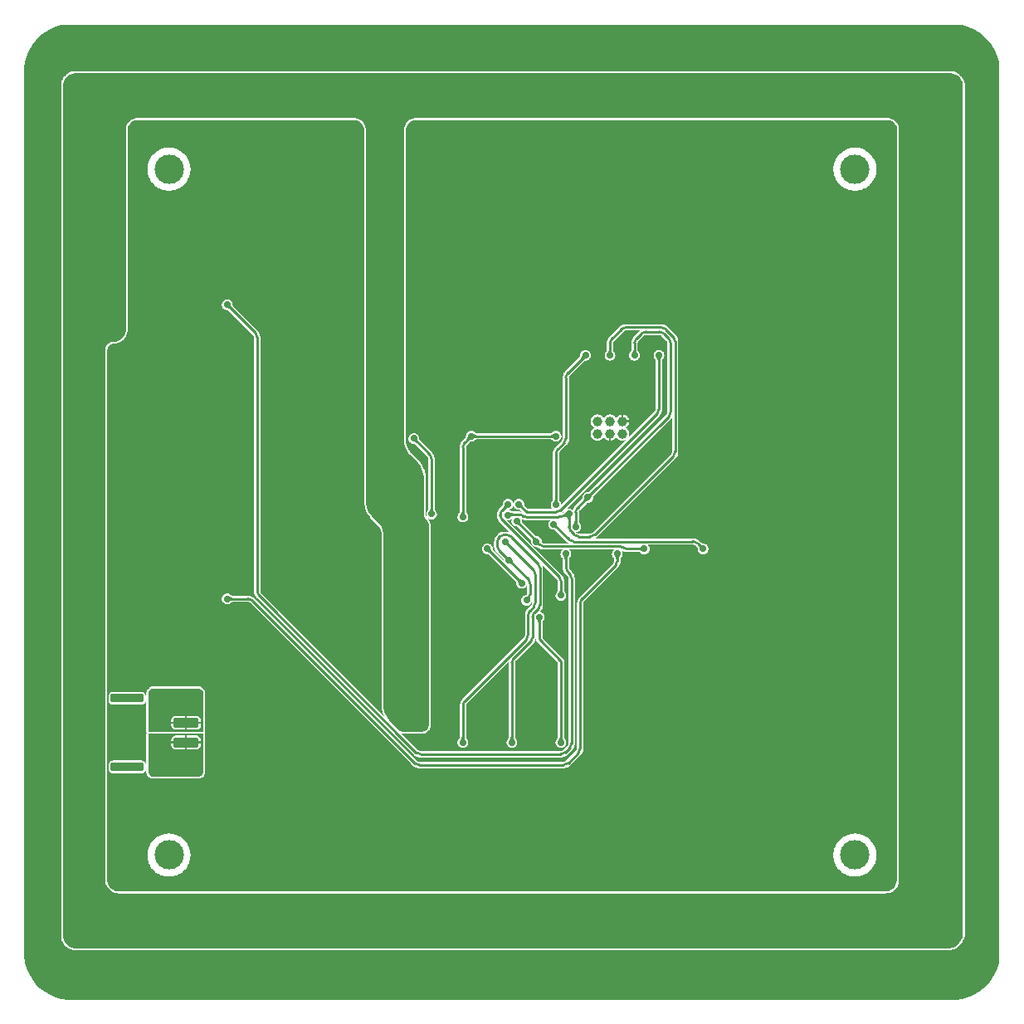
<source format=gbl>
G04*
G04 #@! TF.GenerationSoftware,Altium Limited,Altium Designer,24.1.2 (44)*
G04*
G04 Layer_Physical_Order=2*
G04 Layer_Color=16711680*
%FSLAX44Y44*%
%MOMM*%
G71*
G04*
G04 #@! TF.SameCoordinates,FE26E67B-5050-4272-8A49-2CD2017C274B*
G04*
G04*
G04 #@! TF.FilePolarity,Positive*
G04*
G01*
G75*
%ADD33C,0.2500*%
%ADD38C,1.0000*%
%ADD55C,3.0000*%
%ADD56C,0.7000*%
G04:AMPARAMS|DCode=57|XSize=2.6mm|YSize=1mm|CornerRadius=0.25mm|HoleSize=0mm|Usage=FLASHONLY|Rotation=180.000|XOffset=0mm|YOffset=0mm|HoleType=Round|Shape=RoundedRectangle|*
%AMROUNDEDRECTD57*
21,1,2.6000,0.5000,0,0,180.0*
21,1,2.1000,1.0000,0,0,180.0*
1,1,0.5000,-1.0500,0.2500*
1,1,0.5000,1.0500,0.2500*
1,1,0.5000,1.0500,-0.2500*
1,1,0.5000,-1.0500,-0.2500*
%
%ADD57ROUNDEDRECTD57*%
G04:AMPARAMS|DCode=58|XSize=3.4mm|YSize=0.9mm|CornerRadius=0.225mm|HoleSize=0mm|Usage=FLASHONLY|Rotation=180.000|XOffset=0mm|YOffset=0mm|HoleType=Round|Shape=RoundedRectangle|*
%AMROUNDEDRECTD58*
21,1,3.4000,0.4500,0,0,180.0*
21,1,2.9500,0.9000,0,0,180.0*
1,1,0.4500,-1.4750,0.2250*
1,1,0.4500,1.4750,0.2250*
1,1,0.4500,1.4750,-0.2250*
1,1,0.4500,-1.4750,-0.2250*
%
%ADD58ROUNDEDRECTD58*%
G36*
X953110Y997451D02*
X959277Y996639D01*
X965285Y995029D01*
X971032Y992649D01*
X976419Y989539D01*
X981354Y985752D01*
X985752Y981354D01*
X989539Y976419D01*
X992649Y971032D01*
X995029Y965285D01*
X996639Y959277D01*
X997451Y953110D01*
X997451Y950000D01*
Y950000D01*
D01*
X997451Y50000D01*
X997451Y46890D01*
X996639Y40723D01*
X995029Y34715D01*
X992649Y28968D01*
X989539Y23581D01*
X985752Y18646D01*
X981354Y14248D01*
X976419Y10461D01*
X971032Y7351D01*
X965285Y4971D01*
X959277Y3361D01*
X953110Y2549D01*
X950000D01*
X50000Y2549D01*
X46890D01*
X40723Y3361D01*
X34715Y4971D01*
X28968Y7351D01*
X23581Y10461D01*
X18646Y14248D01*
X14248Y18646D01*
X10461Y23581D01*
X7351Y28968D01*
X4971Y34715D01*
X3361Y40723D01*
X2549Y46890D01*
X2549Y50000D01*
Y50000D01*
D01*
Y950000D01*
Y953110D01*
X3361Y959277D01*
X4971Y965285D01*
X7351Y971032D01*
X10461Y976419D01*
X14248Y981354D01*
X18646Y985752D01*
X23581Y989539D01*
X28968Y992649D01*
X34715Y995029D01*
X40723Y996639D01*
X46890Y997451D01*
X50000Y997451D01*
D01*
X50000D01*
X950000Y997451D01*
X953110Y997451D01*
D02*
G37*
%LPC*%
G36*
X948280Y950010D02*
X53720D01*
X53327Y949971D01*
X50816Y949472D01*
X50439Y949357D01*
X50439Y949357D01*
X48073Y948377D01*
X48073Y948377D01*
X47887Y948278D01*
X47726Y948191D01*
X47726Y948191D01*
X45596Y946769D01*
X45596Y946769D01*
X45542Y946724D01*
X45292Y946519D01*
X45292Y946519D01*
X43481Y944708D01*
X43231Y944404D01*
X41809Y942274D01*
X41809Y942274D01*
X41765Y942194D01*
X41623Y941927D01*
X41623Y941927D01*
X40643Y939561D01*
X40643Y939561D01*
X40528Y939184D01*
X40029Y936673D01*
X40029Y936672D01*
X39990Y936280D01*
Y935000D01*
Y68000D01*
Y66720D01*
X40029Y66328D01*
X40029Y66328D01*
X40528Y63816D01*
X40643Y63439D01*
X40643Y63439D01*
X41623Y61073D01*
X41623Y61073D01*
X41722Y60887D01*
X41809Y60726D01*
X41809Y60726D01*
X43231Y58597D01*
X43231Y58597D01*
X43276Y58542D01*
X43481Y58292D01*
X43481Y58292D01*
X45292Y56481D01*
X45596Y56231D01*
X47726Y54809D01*
X47726Y54809D01*
X47807Y54765D01*
X48073Y54623D01*
X48073Y54623D01*
X50439Y53643D01*
X50439Y53643D01*
X50816Y53528D01*
X53327Y53029D01*
X53327Y53029D01*
X53720Y52990D01*
X945000D01*
X946477Y52990D01*
X946477D01*
D01*
X946869Y53029D01*
X949767Y53605D01*
X950144Y53720D01*
X950145Y53720D01*
X952874Y54850D01*
X952874Y54850D01*
X953101Y54971D01*
X953222Y55036D01*
X953222Y55036D01*
X955678Y56678D01*
X955983Y56928D01*
X958072Y59017D01*
X958322Y59321D01*
X959964Y61778D01*
X959964Y61778D01*
X960029Y61899D01*
X960150Y62126D01*
X960150Y62126D01*
X961280Y64855D01*
X961280Y64855D01*
X961395Y65233D01*
X961971Y68130D01*
X962010Y68523D01*
D01*
Y68523D01*
X962010Y69999D01*
X962010Y70000D01*
Y935000D01*
Y936280D01*
X961971Y936672D01*
X961471Y939184D01*
X961357Y939561D01*
X961357Y939561D01*
X960377Y941927D01*
X960377Y941927D01*
X960278Y942113D01*
X960191Y942274D01*
X960191Y942274D01*
X958769Y944404D01*
X958769Y944404D01*
X958724Y944458D01*
X958519Y944708D01*
X958519Y944708D01*
X956708Y946519D01*
X956404Y946769D01*
X954274Y948191D01*
X954274Y948191D01*
X954193Y948235D01*
X953927Y948377D01*
X953927Y948377D01*
X951561Y949357D01*
X951561Y949357D01*
X951184Y949472D01*
X948672Y949971D01*
X948280Y950010D01*
D02*
G37*
%LPD*%
G36*
X950792Y947500D02*
X953158Y946520D01*
X955287Y945098D01*
X957098Y943287D01*
X958521Y941158D01*
X959500Y938792D01*
X960000Y936280D01*
Y935000D01*
Y70000D01*
X960000Y70000D01*
X960000Y68523D01*
X959424Y65625D01*
X958293Y62895D01*
X956651Y60438D01*
X954562Y58349D01*
X952105Y56707D01*
X949375Y55576D01*
X946477Y55000D01*
X945000Y55000D01*
X53720D01*
X51208Y55500D01*
X48842Y56480D01*
X46713Y57902D01*
X44902Y59713D01*
X43479Y61842D01*
X42500Y64208D01*
X42000Y66720D01*
Y68000D01*
Y935000D01*
Y936280D01*
X42500Y938792D01*
X43479Y941158D01*
X44902Y943287D01*
X46713Y945098D01*
X48842Y946520D01*
X51208Y947500D01*
X53720Y948000D01*
X948280D01*
X950792Y947500D01*
D02*
G37*
%LPC*%
G36*
X429000Y902000D02*
X402000D01*
X400824Y901942D01*
X398517Y901483D01*
X396343Y900583D01*
X394387Y899276D01*
X392724Y897613D01*
X391417Y895657D01*
X390517Y893483D01*
X390058Y891176D01*
X390000Y890000D01*
X390000Y573000D01*
Y573000D01*
X390096Y571040D01*
X390861Y567194D01*
X392361Y563572D01*
X394540Y560312D01*
X395858Y558858D01*
X402560Y552155D01*
X402560Y552155D01*
X404329Y550386D01*
X407109Y546226D01*
X409024Y541604D01*
X410000Y536696D01*
X410000Y534195D01*
X410000Y526000D01*
Y499000D01*
X410000Y498000D01*
Y498000D01*
X410024Y497510D01*
X410215Y496549D01*
X410590Y495643D01*
X411135Y494828D01*
X411465Y494465D01*
X411514Y494415D01*
X411514Y494415D01*
X412343Y493586D01*
X413646Y491637D01*
X414543Y489471D01*
X415000Y487172D01*
X415000Y486000D01*
X415000Y283000D01*
X415000Y283000D01*
X415000Y282310D01*
X414731Y280958D01*
X414203Y279684D01*
X413437Y278538D01*
X412462Y277563D01*
X411316Y276797D01*
X410042Y276269D01*
X408689Y276000D01*
X408000Y276000D01*
X388287D01*
X386887Y276278D01*
X385569Y276824D01*
X384383Y277617D01*
X383879Y278121D01*
X376439Y285560D01*
X376439Y285560D01*
X374670Y287329D01*
X371891Y291490D01*
X369976Y296112D01*
X369000Y301019D01*
X369000Y303521D01*
X369000Y307000D01*
X369000Y477000D01*
X369000Y477000D01*
X368923Y478568D01*
X368311Y481645D01*
X367111Y484542D01*
X365368Y487150D01*
X364314Y488313D01*
X358439Y494188D01*
X358439Y494188D01*
X356670Y495957D01*
X353891Y500117D01*
X351976Y504739D01*
X351000Y509647D01*
X351000Y512148D01*
X351000Y890000D01*
X351000Y890000D01*
X350942Y891176D01*
X350483Y893483D01*
X349583Y895657D01*
X348276Y897613D01*
X346613Y899276D01*
X344657Y900583D01*
X342483Y901483D01*
X340176Y901942D01*
X339000Y902000D01*
X120000Y902000D01*
X118000D01*
X118000Y902000D01*
X116824Y901942D01*
X114516Y901483D01*
X112343Y900583D01*
X110387Y899276D01*
X108724Y897613D01*
X107417Y895657D01*
X106517Y893483D01*
X106058Y891176D01*
X106000Y890000D01*
X106000Y686000D01*
X106000Y686000D01*
X106000Y684818D01*
X105539Y682500D01*
X104634Y680316D01*
X103321Y678350D01*
X101650Y676679D01*
X99684Y675366D01*
X97500Y674461D01*
X95182Y674000D01*
X94000Y674000D01*
Y674000D01*
X93118Y673957D01*
X91387Y673612D01*
X89757Y672937D01*
X88290Y671957D01*
X87043Y670710D01*
X86063Y669242D01*
X85387Y667613D01*
X85043Y665882D01*
X85000Y665000D01*
Y125000D01*
X85067Y123628D01*
X85603Y120936D01*
X86653Y118400D01*
X88178Y116118D01*
X90119Y114178D01*
X92401Y112653D01*
X94936Y111603D01*
X97628Y111067D01*
X99000Y111000D01*
X881000D01*
X882372Y111067D01*
X885064Y111603D01*
X887599Y112653D01*
X889882Y114178D01*
X891822Y116118D01*
X893347Y118400D01*
X894397Y120936D01*
X894933Y123628D01*
X895000Y125000D01*
Y890000D01*
X895000Y890000D01*
X894942Y891176D01*
X894483Y893483D01*
X893583Y895657D01*
X892276Y897613D01*
X890613Y899276D01*
X888657Y900583D01*
X886483Y901483D01*
X884176Y901942D01*
X883000Y902000D01*
X429000Y902000D01*
D02*
G37*
%LPD*%
G36*
X213009Y711134D02*
X213042Y710812D01*
X213099Y710500D01*
X213181Y710198D01*
X213287Y709905D01*
X213417Y709622D01*
X213571Y709349D01*
X213750Y709085D01*
X213953Y708831D01*
X214180Y708587D01*
X212413Y706820D01*
X212168Y707047D01*
X211914Y707250D01*
X211651Y707429D01*
X211378Y707583D01*
X211094Y707713D01*
X210802Y707819D01*
X210500Y707901D01*
X210188Y707958D01*
X209866Y707991D01*
X209535Y708000D01*
X213000Y711465D01*
X213009Y711134D01*
D02*
G37*
G36*
X601262Y665036D02*
X601298Y664713D01*
X601358Y664400D01*
X601442Y664097D01*
X601550Y663805D01*
X601682Y663523D01*
X601838Y663252D01*
X602018Y662991D01*
X602222Y662740D01*
X602450Y662499D01*
X597550D01*
X597778Y662740D01*
X597982Y662991D01*
X598162Y663252D01*
X598318Y663523D01*
X598450Y663805D01*
X598558Y664097D01*
X598642Y664400D01*
X598702Y664713D01*
X598738Y665036D01*
X598750Y665369D01*
X601250D01*
X601262Y665036D01*
D02*
G37*
G36*
X626262Y665036D02*
X626298Y664713D01*
X626358Y664400D01*
X626442Y664097D01*
X626550Y663805D01*
X626682Y663523D01*
X626838Y663252D01*
X627018Y662991D01*
X627222Y662740D01*
X627450Y662499D01*
X622550D01*
X622778Y662740D01*
X622982Y662991D01*
X623162Y663252D01*
X623318Y663523D01*
X623450Y663805D01*
X623558Y664097D01*
X623642Y664400D01*
X623702Y664713D01*
X623738Y665036D01*
X623750Y665369D01*
X626250D01*
X626262Y665036D01*
D02*
G37*
G36*
X574965Y656500D02*
X574634Y656491D01*
X574312Y656458D01*
X574000Y656401D01*
X573698Y656319D01*
X573405Y656213D01*
X573122Y656083D01*
X572849Y655929D01*
X572586Y655750D01*
X572332Y655547D01*
X572087Y655320D01*
X570320Y657087D01*
X570547Y657332D01*
X570750Y657586D01*
X570929Y657849D01*
X571083Y658122D01*
X571213Y658405D01*
X571319Y658698D01*
X571401Y659000D01*
X571458Y659312D01*
X571491Y659634D01*
X571500Y659965D01*
X574965Y656500D01*
D02*
G37*
G36*
X652222Y657260D02*
X652018Y657009D01*
X651838Y656748D01*
X651682Y656477D01*
X651550Y656195D01*
X651442Y655903D01*
X651358Y655600D01*
X651298Y655287D01*
X651262Y654964D01*
X651250Y654631D01*
X648750D01*
X648738Y654964D01*
X648702Y655287D01*
X648642Y655600D01*
X648558Y655903D01*
X648450Y656195D01*
X648318Y656477D01*
X648162Y656748D01*
X647982Y657009D01*
X647778Y657260D01*
X647550Y657501D01*
X652450D01*
X652222Y657260D01*
D02*
G37*
G36*
X403509Y574634D02*
X403542Y574312D01*
X403599Y574000D01*
X403681Y573698D01*
X403787Y573405D01*
X403917Y573122D01*
X404071Y572849D01*
X404250Y572585D01*
X404453Y572332D01*
X404680Y572087D01*
X402913Y570320D01*
X402668Y570547D01*
X402414Y570750D01*
X402151Y570929D01*
X401878Y571083D01*
X401595Y571213D01*
X401302Y571319D01*
X401000Y571401D01*
X400688Y571458D01*
X400366Y571491D01*
X400035Y571500D01*
X403500Y574965D01*
X403509Y574634D01*
D02*
G37*
G36*
X582180Y517913D02*
X581953Y517668D01*
X581750Y517414D01*
X581571Y517151D01*
X581417Y516878D01*
X581287Y516595D01*
X581181Y516302D01*
X581099Y516000D01*
X581042Y515688D01*
X581009Y515366D01*
X581000Y515035D01*
X577535Y518500D01*
X577866Y518509D01*
X578188Y518542D01*
X578500Y518599D01*
X578802Y518681D01*
X579095Y518787D01*
X579378Y518917D01*
X579651Y519071D01*
X579914Y519250D01*
X580168Y519453D01*
X580413Y519680D01*
X582180Y517913D01*
D02*
G37*
G36*
X577465Y511500D02*
X577134Y511491D01*
X576812Y511458D01*
X576500Y511401D01*
X576198Y511319D01*
X575905Y511213D01*
X575622Y511083D01*
X575349Y510929D01*
X575086Y510750D01*
X574832Y510547D01*
X574587Y510320D01*
X572820Y512087D01*
X573047Y512332D01*
X573250Y512586D01*
X573429Y512849D01*
X573583Y513122D01*
X573713Y513405D01*
X573819Y513698D01*
X573901Y514000D01*
X573958Y514312D01*
X573991Y514634D01*
X574000Y514965D01*
X577465Y511500D01*
D02*
G37*
G36*
X546262Y512536D02*
X546298Y512212D01*
X546358Y511900D01*
X546442Y511597D01*
X546550Y511305D01*
X546682Y511023D01*
X546838Y510752D01*
X547018Y510491D01*
X547222Y510240D01*
X547450Y510000D01*
X542550D01*
X542778Y510240D01*
X542982Y510491D01*
X543162Y510752D01*
X543318Y511023D01*
X543450Y511305D01*
X543558Y511597D01*
X543642Y511900D01*
X543702Y512212D01*
X543738Y512536D01*
X543750Y512869D01*
X546250D01*
X546262Y512536D01*
D02*
G37*
G36*
X510509Y507634D02*
X510542Y507312D01*
X510599Y507000D01*
X510681Y506698D01*
X510787Y506405D01*
X510917Y506123D01*
X511071Y505849D01*
X511250Y505586D01*
X511453Y505332D01*
X511680Y505087D01*
X509913Y503320D01*
X509668Y503547D01*
X509414Y503750D01*
X509151Y503929D01*
X508877Y504083D01*
X508595Y504213D01*
X508302Y504319D01*
X508000Y504401D01*
X507688Y504458D01*
X507366Y504491D01*
X507035Y504500D01*
X510500Y507965D01*
X510509Y507634D01*
D02*
G37*
G36*
X495965Y504500D02*
X495634Y504491D01*
X495312Y504458D01*
X495000Y504401D01*
X494698Y504319D01*
X494405Y504213D01*
X494123Y504083D01*
X493849Y503929D01*
X493586Y503750D01*
X493332Y503547D01*
X493087Y503320D01*
X491320Y505087D01*
X491547Y505332D01*
X491750Y505586D01*
X491929Y505849D01*
X492083Y506123D01*
X492213Y506405D01*
X492319Y506698D01*
X492401Y507000D01*
X492458Y507312D01*
X492491Y507634D01*
X492500Y507965D01*
X495965Y504500D01*
D02*
G37*
G36*
X419262Y503036D02*
X419298Y502713D01*
X419358Y502400D01*
X419442Y502097D01*
X419550Y501805D01*
X419682Y501523D01*
X419838Y501252D01*
X420018Y500991D01*
X420222Y500740D01*
X420450Y500499D01*
X415550D01*
X415778Y500740D01*
X415982Y500991D01*
X416162Y501252D01*
X416318Y501523D01*
X416450Y501805D01*
X416558Y502097D01*
X416642Y502400D01*
X416702Y502713D01*
X416738Y503036D01*
X416750Y503369D01*
X419250D01*
X419262Y503036D01*
D02*
G37*
G36*
X498303Y499669D02*
X498588Y499502D01*
X498879Y499355D01*
X499174Y499227D01*
X499475Y499119D01*
X499781Y499031D01*
X500092Y498962D01*
X500408Y498913D01*
X500730Y498883D01*
X501056Y498873D01*
X501544Y496373D01*
X501204Y496360D01*
X500881Y496320D01*
X500575Y496253D01*
X500285Y496159D01*
X500012Y496039D01*
X499756Y495891D01*
X499516Y495717D01*
X499293Y495517D01*
X499086Y495289D01*
X498896Y495034D01*
X498023Y499856D01*
X498303Y499669D01*
D02*
G37*
G36*
X556102Y495466D02*
X560558Y495466D01*
X560330Y495225D01*
X560126Y494974D01*
X559946Y494713D01*
X559790Y494442D01*
X559658Y494160D01*
X559550Y493868D01*
X559466Y493565D01*
X559406Y493253D01*
X559370Y492929D01*
X559358Y492596D01*
X556858Y492596D01*
X556846Y492929D01*
X556810Y493252D01*
X556750Y493565D01*
X556666Y493868D01*
X556558Y494160D01*
X556426Y494442D01*
X556270Y494713D01*
X556090Y494974D01*
X555903Y495205D01*
X555638Y495331D01*
X555351Y495437D01*
X555058Y495513D01*
X554761Y495559D01*
X554458Y495577D01*
X554151Y495564D01*
X553838Y495522D01*
X553520Y495451D01*
X553198Y495350D01*
X552674Y497817D01*
X552980Y497937D01*
X553273Y498075D01*
X553553Y498231D01*
X553819Y498404D01*
X554072Y498595D01*
X554312Y498804D01*
X554538Y499030D01*
X554752Y499274D01*
X554951Y499536D01*
X555138Y499816D01*
X556102Y495466D01*
D02*
G37*
G36*
X566262Y490036D02*
X566298Y489712D01*
X566358Y489400D01*
X566442Y489097D01*
X566550Y488805D01*
X566682Y488523D01*
X566838Y488252D01*
X567018Y487991D01*
X567222Y487740D01*
X567450Y487500D01*
X562550D01*
X562778Y487740D01*
X562982Y487991D01*
X563162Y488252D01*
X563318Y488523D01*
X563450Y488805D01*
X563558Y489097D01*
X563642Y489400D01*
X563702Y489712D01*
X563738Y490036D01*
X563750Y490369D01*
X566250D01*
X566262Y490036D01*
D02*
G37*
G36*
X508346Y490248D02*
X508358Y489931D01*
X508397Y489623D01*
X508464Y489323D01*
X508557Y489033D01*
X508678Y488751D01*
X508825Y488478D01*
X509000Y488213D01*
X509202Y487958D01*
X509430Y487711D01*
X507519Y486087D01*
X507277Y486313D01*
X507025Y486517D01*
X506763Y486700D01*
X506491Y486862D01*
X506209Y487002D01*
X505916Y487121D01*
X505613Y487218D01*
X505301Y487294D01*
X504977Y487348D01*
X504644Y487381D01*
X508361Y490574D01*
X508346Y490248D01*
D02*
G37*
G36*
X546009Y487134D02*
X546042Y486812D01*
X546099Y486500D01*
X546181Y486198D01*
X546287Y485905D01*
X546417Y485622D01*
X546571Y485349D01*
X546750Y485086D01*
X546953Y484832D01*
X547180Y484587D01*
X545413Y482820D01*
X545168Y483047D01*
X544914Y483250D01*
X544651Y483429D01*
X544378Y483583D01*
X544095Y483713D01*
X543802Y483819D01*
X543500Y483901D01*
X543188Y483958D01*
X542866Y483991D01*
X542535Y484000D01*
X546000Y487465D01*
X546009Y487134D01*
D02*
G37*
G36*
X663240Y561589D02*
X663243Y561549D01*
X663209Y561120D01*
X663100Y560663D01*
X662920Y560229D01*
X662674Y559828D01*
X662397Y559503D01*
X662369Y559480D01*
X582020Y479131D01*
X581997Y479103D01*
X581672Y478826D01*
X581271Y478580D01*
X580837Y478400D01*
X580380Y478291D01*
X579951Y478257D01*
X579911Y478260D01*
X568043D01*
D01*
X568003Y478257D01*
X567574Y478291D01*
X567117Y478400D01*
X566683Y478580D01*
X566282Y478826D01*
X565957Y479103D01*
X565934Y479131D01*
X565541Y479524D01*
X566075Y479594D01*
X566772Y479781D01*
X567438Y480057D01*
X568062Y480417D01*
X568634Y480856D01*
X569144Y481366D01*
X569583Y481938D01*
X569943Y482562D01*
X570219Y483228D01*
X570406Y483925D01*
X570500Y484640D01*
Y485360D01*
X570406Y486075D01*
X570219Y486772D01*
X569943Y487438D01*
X569583Y488062D01*
X569144Y488634D01*
X568952Y488826D01*
X568908Y488882D01*
X568733Y489067D01*
X568627Y489197D01*
X568539Y489325D01*
X568466Y489451D01*
X568406Y489581D01*
X568356Y489716D01*
X568316Y489859D01*
X568287Y490013D01*
X568268Y490183D01*
X568260Y490395D01*
Y499911D01*
X568257Y499951D01*
X568291Y500380D01*
X568400Y500837D01*
X568580Y501272D01*
X568826Y501672D01*
X569103Y501996D01*
X569131Y502020D01*
X575991Y508880D01*
X576145Y509024D01*
X576279Y509131D01*
X576409Y509220D01*
X576539Y509292D01*
X576669Y509352D01*
X576803Y509401D01*
X576945Y509439D01*
X577097Y509467D01*
X577263Y509484D01*
X577518Y509491D01*
X577589Y509500D01*
X577860D01*
X578575Y509594D01*
X579272Y509781D01*
X579938Y510057D01*
X580562Y510417D01*
X581134Y510856D01*
X581644Y511366D01*
X582083Y511938D01*
X582443Y512562D01*
X582719Y513228D01*
X582906Y513925D01*
X583000Y514640D01*
Y514911D01*
X583009Y514982D01*
X583016Y515237D01*
X583033Y515403D01*
X583061Y515555D01*
X583099Y515697D01*
X583148Y515831D01*
X583207Y515961D01*
X583280Y516091D01*
X583369Y516221D01*
X583476Y516355D01*
X583620Y516509D01*
X662454Y595344D01*
X662476Y595363D01*
X663102Y596055D01*
X663240Y596240D01*
Y561589D01*
D02*
G37*
G36*
X522596Y474561D02*
X522848Y474356D01*
X523110Y474173D01*
X523382Y474012D01*
X523665Y473872D01*
X523957Y473753D01*
X524260Y473656D01*
X524573Y473580D01*
X524896Y473525D01*
X525229Y473493D01*
X521513Y470299D01*
X521528Y470625D01*
X521515Y470942D01*
X521476Y471251D01*
X521410Y471550D01*
X521316Y471841D01*
X521196Y472123D01*
X521048Y472396D01*
X520874Y472660D01*
X520672Y472916D01*
X520443Y473162D01*
X522354Y474787D01*
X522596Y474561D01*
D02*
G37*
G36*
X510288Y492862D02*
X511132Y492463D01*
X512011Y492148D01*
X512916Y491921D01*
X513839Y491784D01*
X514772Y491739D01*
Y491740D01*
X538991D01*
X538866Y491644D01*
X538356Y491134D01*
X537917Y490562D01*
X537557Y489938D01*
X537281Y489272D01*
X537094Y488575D01*
X537000Y487860D01*
Y487140D01*
X537094Y486425D01*
X537281Y485728D01*
X537557Y485062D01*
X537917Y484438D01*
X538356Y483866D01*
X538866Y483356D01*
X539438Y482917D01*
X540062Y482557D01*
X540728Y482281D01*
X541425Y482094D01*
X542140Y482000D01*
X542411D01*
X542482Y481991D01*
X542737Y481984D01*
X542903Y481967D01*
X543055Y481939D01*
X543197Y481901D01*
X543331Y481852D01*
X543461Y481792D01*
X543591Y481720D01*
X543721Y481631D01*
X543855Y481524D01*
X544009Y481380D01*
X555864Y469525D01*
X555864Y469525D01*
X555867Y469522D01*
X555870Y469520D01*
X555871Y469518D01*
X555875Y469515D01*
X555875Y469514D01*
X556555Y468898D01*
X557304Y468341D01*
X557440Y468260D01*
X532589D01*
X532549Y468257D01*
X532120Y468291D01*
X531663Y468400D01*
X531228Y468580D01*
X530828Y468826D01*
X530503Y469103D01*
X530480Y469131D01*
X530438Y469172D01*
X530500Y469640D01*
Y470360D01*
X530406Y471075D01*
X530219Y471772D01*
X529943Y472438D01*
X529583Y473062D01*
X529144Y473634D01*
X528634Y474144D01*
X528062Y474583D01*
X527438Y474943D01*
X526772Y475219D01*
X526075Y475406D01*
X525444Y475489D01*
X525427Y475492D01*
X525391Y475496D01*
X525360Y475500D01*
X525350D01*
X525162Y475519D01*
X524977Y475550D01*
X524805Y475591D01*
X524644Y475643D01*
X524490Y475705D01*
X524343Y475778D01*
X524200Y475864D01*
X524058Y475962D01*
X523917Y476077D01*
X523759Y476225D01*
X510871Y489113D01*
X510729Y489266D01*
X510630Y489392D01*
X510551Y489511D01*
X510490Y489625D01*
X510442Y489736D01*
X510406Y489849D01*
X510379Y489968D01*
X510363Y490098D01*
X510357Y490241D01*
X510368Y490469D01*
X510373Y490513D01*
Y491234D01*
X510279Y491949D01*
X510093Y492645D01*
X509909Y493089D01*
X510288Y492862D01*
D02*
G37*
G36*
X496509Y469634D02*
X496542Y469312D01*
X496599Y469000D01*
X496681Y468698D01*
X496787Y468405D01*
X496917Y468122D01*
X497071Y467849D01*
X497250Y467586D01*
X497453Y467332D01*
X497681Y467087D01*
X495913Y465320D01*
X495668Y465547D01*
X495414Y465750D01*
X495151Y465929D01*
X494878Y466083D01*
X494595Y466213D01*
X494302Y466319D01*
X494000Y466401D01*
X493688Y466458D01*
X493366Y466491D01*
X493035Y466500D01*
X496500Y469965D01*
X496509Y469634D01*
D02*
G37*
G36*
X692332Y466953D02*
X692586Y466750D01*
X692849Y466571D01*
X693122Y466417D01*
X693405Y466287D01*
X693698Y466181D01*
X694000Y466099D01*
X694312Y466042D01*
X694634Y466009D01*
X694965Y466000D01*
X691500Y462535D01*
X691491Y462866D01*
X691458Y463188D01*
X691401Y463500D01*
X691319Y463802D01*
X691213Y464095D01*
X691083Y464378D01*
X690929Y464651D01*
X690750Y464914D01*
X690547Y465168D01*
X690320Y465413D01*
X692087Y467180D01*
X692332Y466953D01*
D02*
G37*
G36*
X632500Y460050D02*
X632260Y460278D01*
X632009Y460482D01*
X631748Y460662D01*
X631477Y460818D01*
X631195Y460950D01*
X630903Y461058D01*
X630600Y461142D01*
X630288Y461202D01*
X629964Y461238D01*
X629631Y461250D01*
Y463750D01*
X629964Y463762D01*
X630288Y463798D01*
X630600Y463858D01*
X630903Y463942D01*
X631195Y464050D01*
X631477Y464182D01*
X631748Y464338D01*
X632009Y464518D01*
X632260Y464722D01*
X632500Y464950D01*
Y460050D01*
D02*
G37*
G36*
X478509Y462134D02*
X478542Y461812D01*
X478599Y461500D01*
X478681Y461198D01*
X478787Y460905D01*
X478917Y460622D01*
X479071Y460349D01*
X479250Y460086D01*
X479453Y459832D01*
X479680Y459587D01*
X477913Y457820D01*
X477668Y458047D01*
X477414Y458250D01*
X477151Y458429D01*
X476878Y458583D01*
X476595Y458713D01*
X476302Y458819D01*
X476000Y458901D01*
X475688Y458958D01*
X475366Y458991D01*
X475035Y459000D01*
X478500Y462465D01*
X478509Y462134D01*
D02*
G37*
G36*
X609722Y454760D02*
X609518Y454509D01*
X609338Y454248D01*
X609182Y453977D01*
X609050Y453695D01*
X608942Y453403D01*
X608858Y453100D01*
X608798Y452788D01*
X608762Y452464D01*
X608750Y452131D01*
X606250D01*
X606238Y452464D01*
X606202Y452788D01*
X606142Y453100D01*
X606058Y453403D01*
X605950Y453695D01*
X605818Y453977D01*
X605662Y454248D01*
X605482Y454509D01*
X605278Y454760D01*
X605050Y455000D01*
X609950D01*
X609722Y454760D01*
D02*
G37*
G36*
X557222D02*
X557018Y454509D01*
X556838Y454248D01*
X556682Y453977D01*
X556550Y453695D01*
X556442Y453403D01*
X556358Y453100D01*
X556298Y452788D01*
X556262Y452464D01*
X556250Y452131D01*
X553750D01*
X553738Y452464D01*
X553702Y452788D01*
X553642Y453100D01*
X553558Y453403D01*
X553450Y453695D01*
X553318Y453977D01*
X553162Y454248D01*
X552982Y454509D01*
X552778Y454760D01*
X552550Y455000D01*
X557450D01*
X557222Y454760D01*
D02*
G37*
G36*
X494332Y455453D02*
X494586Y455250D01*
X494849Y455071D01*
X495122Y454917D01*
X495405Y454787D01*
X495698Y454681D01*
X496000Y454599D01*
X496312Y454542D01*
X496634Y454509D01*
X496965Y454500D01*
X493500Y451035D01*
X493491Y451366D01*
X493458Y451688D01*
X493401Y452000D01*
X493319Y452302D01*
X493213Y452595D01*
X493083Y452878D01*
X492929Y453151D01*
X492750Y453414D01*
X492547Y453668D01*
X492319Y453913D01*
X494087Y455681D01*
X494332Y455453D01*
D02*
G37*
G36*
X500509Y450634D02*
X500542Y450312D01*
X500599Y450000D01*
X500681Y449698D01*
X500787Y449406D01*
X500917Y449123D01*
X501071Y448849D01*
X501250Y448586D01*
X501453Y448332D01*
X501680Y448087D01*
X499913Y446320D01*
X499668Y446547D01*
X499414Y446750D01*
X499151Y446929D01*
X498877Y447083D01*
X498595Y447213D01*
X498302Y447319D01*
X498000Y447401D01*
X497688Y447458D01*
X497366Y447491D01*
X497035Y447500D01*
X500500Y450965D01*
X500509Y450634D01*
D02*
G37*
G36*
X507332Y431953D02*
X507586Y431750D01*
X507849Y431571D01*
X508122Y431417D01*
X508405Y431287D01*
X508698Y431181D01*
X509000Y431099D01*
X509312Y431042D01*
X509634Y431009D01*
X509965Y431000D01*
X506500Y427535D01*
X506491Y427866D01*
X506458Y428188D01*
X506401Y428500D01*
X506319Y428802D01*
X506213Y429095D01*
X506083Y429378D01*
X505929Y429651D01*
X505750Y429914D01*
X505547Y430168D01*
X505320Y430413D01*
X507087Y432180D01*
X507332Y431953D01*
D02*
G37*
G36*
X551262Y420036D02*
X551298Y419712D01*
X551358Y419400D01*
X551442Y419097D01*
X551550Y418805D01*
X551682Y418523D01*
X551838Y418252D01*
X552018Y417991D01*
X552222Y417740D01*
X552450Y417500D01*
X547550D01*
X547778Y417740D01*
X547982Y417991D01*
X548162Y418252D01*
X548318Y418523D01*
X548450Y418805D01*
X548558Y419097D01*
X548642Y419400D01*
X548702Y419712D01*
X548738Y420036D01*
X548750Y420369D01*
X551250D01*
X551262Y420036D01*
D02*
G37*
G36*
X518632Y412068D02*
X518598Y411999D01*
X518568Y411901D01*
X518543Y411776D01*
X518522Y411622D01*
X518496Y411229D01*
X518491Y410428D01*
X518498Y410105D01*
X514965Y413500D01*
X515280Y413506D01*
X516047Y413564D01*
X516244Y413596D01*
X516412Y413634D01*
X516551Y413679D01*
X516661Y413730D01*
X516741Y413788D01*
X516792Y413851D01*
X518632Y412068D01*
D02*
G37*
G36*
X212240Y413722D02*
X212491Y413518D01*
X212752Y413338D01*
X213023Y413182D01*
X213305Y413050D01*
X213597Y412942D01*
X213900Y412858D01*
X214212Y412798D01*
X214536Y412762D01*
X214869Y412750D01*
Y410250D01*
X214536Y410238D01*
X214212Y410202D01*
X213900Y410142D01*
X213597Y410058D01*
X213305Y409950D01*
X213023Y409818D01*
X212752Y409662D01*
X212491Y409482D01*
X212240Y409278D01*
X211999Y409050D01*
Y413950D01*
X212240Y413722D01*
D02*
G37*
G36*
X529968Y390169D02*
X529764Y389918D01*
X529584Y389657D01*
X529428Y389386D01*
X529296Y389104D01*
X529188Y388812D01*
X529104Y388509D01*
X529044Y388196D01*
X529008Y387873D01*
X528996Y387540D01*
X526496D01*
X526484Y387873D01*
X526448Y388196D01*
X526388Y388509D01*
X526304Y388812D01*
X526196Y389104D01*
X526064Y389386D01*
X525908Y389657D01*
X525728Y389918D01*
X525524Y390169D01*
X525296Y390409D01*
X530196D01*
X529968Y390169D01*
D02*
G37*
G36*
X882951Y899990D02*
X883930Y899942D01*
X885897Y899551D01*
X887705Y898802D01*
X889332Y897715D01*
X890715Y896332D01*
X891802Y894705D01*
X892551Y892897D01*
X892942Y890930D01*
X892990Y889950D01*
Y125049D01*
X892933Y123874D01*
X892465Y121522D01*
X891566Y119352D01*
X890261Y117400D01*
X888600Y115739D01*
X886647Y114434D01*
X884478Y113535D01*
X882126Y113067D01*
X880950Y113010D01*
X99050D01*
X97874Y113067D01*
X95522Y113535D01*
X93352Y114434D01*
X91400Y115739D01*
X89739Y117400D01*
X88434Y119352D01*
X87535Y121522D01*
X87067Y123874D01*
X87010Y125049D01*
Y664950D01*
X87043Y665636D01*
X87320Y667026D01*
X87844Y668291D01*
X88604Y669428D01*
X89571Y670396D01*
X90709Y671156D01*
X91974Y671680D01*
X93364Y671957D01*
X94050Y671990D01*
X95182Y671990D01*
X95574Y672029D01*
X97892Y672490D01*
X98269Y672604D01*
X100453Y673509D01*
X100801Y673695D01*
X102766Y675008D01*
X102766Y675008D01*
X103071Y675258D01*
X104742Y676929D01*
X104992Y677234D01*
X106305Y679199D01*
X106491Y679547D01*
X106491Y679547D01*
X107395Y681731D01*
X107510Y682108D01*
Y682108D01*
X107971Y684426D01*
X107971Y684426D01*
X108006Y684780D01*
X108010Y684818D01*
D01*
Y684818D01*
X108010Y685999D01*
X108010Y686000D01*
X108010Y889950D01*
X108058Y890930D01*
X108449Y892897D01*
X109198Y894705D01*
X110285Y896332D01*
X111668Y897715D01*
X113295Y898802D01*
X115103Y899551D01*
X117070Y899942D01*
X118050Y899990D01*
X120000D01*
X338951Y899990D01*
X339930Y899942D01*
X341897Y899551D01*
X343705Y898802D01*
X345332Y897715D01*
X346715Y896332D01*
X347802Y894705D01*
X348551Y892897D01*
X348942Y890930D01*
X348990Y889950D01*
X348990Y512148D01*
X348990Y509647D01*
Y509647D01*
D01*
X349029Y509254D01*
X350005Y504347D01*
X350119Y503970D01*
X350119Y503970D01*
X352034Y499348D01*
X352034Y499348D01*
X352220Y499000D01*
X354999Y494840D01*
X354999Y494840D01*
X355249Y494536D01*
X357018Y492767D01*
X357019Y492766D01*
X362858Y486927D01*
X363779Y485910D01*
X365330Y483590D01*
X366379Y481058D01*
X366923Y478322D01*
X366990Y476950D01*
X366990Y307000D01*
Y307000D01*
D01*
X366990Y303521D01*
X366990Y301019D01*
X367029Y300627D01*
X368005Y295720D01*
Y295720D01*
X368040Y295606D01*
X368119Y295343D01*
X368119Y295343D01*
X369429Y292181D01*
X244131Y417480D01*
X244103Y417503D01*
X243826Y417828D01*
X243580Y418228D01*
X243400Y418663D01*
X243291Y419120D01*
X243257Y419549D01*
X243260Y419589D01*
Y678411D01*
X243261D01*
X243216Y679343D01*
X243079Y680267D01*
X242852Y681172D01*
X242537Y682051D01*
X242138Y682895D01*
X241658Y683695D01*
X241102Y684445D01*
X240483Y685129D01*
X240482Y685128D01*
X240480Y685131D01*
X240479Y685131D01*
X215620Y709991D01*
X215476Y710145D01*
X215369Y710279D01*
X215280Y710409D01*
X215208Y710538D01*
X215147Y710669D01*
X215099Y710803D01*
X215061Y710945D01*
X215033Y711097D01*
X215016Y711263D01*
X215009Y711518D01*
X215000Y711589D01*
Y711860D01*
X214906Y712575D01*
X214719Y713272D01*
X214443Y713938D01*
X214083Y714562D01*
X213644Y715134D01*
X213134Y715644D01*
X212562Y716083D01*
X211938Y716443D01*
X211272Y716719D01*
X210575Y716906D01*
X209860Y717000D01*
X209139D01*
X208425Y716906D01*
X207728Y716719D01*
X207062Y716443D01*
X206438Y716083D01*
X205866Y715644D01*
X205356Y715134D01*
X204917Y714562D01*
X204557Y713938D01*
X204281Y713272D01*
X204094Y712575D01*
X204000Y711860D01*
Y711139D01*
X204094Y710425D01*
X204281Y709728D01*
X204557Y709062D01*
X204917Y708438D01*
X205356Y707866D01*
X205866Y707356D01*
X206438Y706917D01*
X207062Y706556D01*
X207728Y706281D01*
X208425Y706094D01*
X209139Y706000D01*
X209411D01*
X209482Y705991D01*
X209736Y705984D01*
X209903Y705967D01*
X210055Y705939D01*
X210197Y705901D01*
X210331Y705852D01*
X210461Y705792D01*
X210591Y705719D01*
X210721Y705631D01*
X210855Y705524D01*
X211009Y705380D01*
X235869Y680520D01*
X235897Y680497D01*
X236174Y680172D01*
X236420Y679771D01*
X236600Y679337D01*
X236709Y678880D01*
X236743Y678451D01*
X236740Y678411D01*
Y419589D01*
X236739D01*
X236784Y418657D01*
X236921Y417733D01*
X237148Y416828D01*
X237463Y415949D01*
X237862Y415105D01*
X238342Y414305D01*
X238898Y413555D01*
X239517Y412871D01*
X239518Y412872D01*
X239520Y412869D01*
X399870Y252520D01*
X399873Y252517D01*
X399872Y252516D01*
X400555Y251898D01*
X401305Y251341D01*
X402105Y250862D01*
X402949Y250463D01*
X403828Y250148D01*
X404733Y249921D01*
X405657Y249784D01*
X406589Y249739D01*
Y249740D01*
X549795D01*
Y249739D01*
X550728Y249784D01*
X551651Y249921D01*
X552556Y250148D01*
X553435Y250463D01*
X554279Y250862D01*
X555080Y251341D01*
X555829Y251898D01*
X556513Y252517D01*
X556512Y252518D01*
X556515Y252520D01*
X561344Y257350D01*
X561347Y257353D01*
X561348Y257352D01*
X561967Y258036D01*
X562523Y258785D01*
X563003Y259586D01*
X563402Y260430D01*
X563717Y261308D01*
X563944Y262214D01*
X564081Y263137D01*
X564126Y264070D01*
X564125D01*
Y432546D01*
X564126D01*
X564081Y433479D01*
X563944Y434402D01*
X563717Y435307D01*
X563402Y436186D01*
X563003Y437030D01*
X562523Y437831D01*
X561967Y438580D01*
X561348Y439264D01*
X561347Y439263D01*
X561345Y439266D01*
X561344Y439266D01*
X559136Y441475D01*
X559105Y441501D01*
X558826Y441828D01*
X558580Y442229D01*
X558400Y442663D01*
X558291Y443120D01*
X558257Y443549D01*
X558260Y443589D01*
Y452105D01*
X558268Y452317D01*
X558287Y452487D01*
X558316Y452641D01*
X558356Y452784D01*
X558406Y452919D01*
X558466Y453048D01*
X558539Y453175D01*
X558627Y453303D01*
X558733Y453433D01*
X558908Y453618D01*
X558952Y453674D01*
X559144Y453866D01*
X559583Y454438D01*
X559943Y455062D01*
X560219Y455728D01*
X560406Y456425D01*
X560500Y457140D01*
Y457860D01*
X560406Y458575D01*
X560219Y459272D01*
X559943Y459938D01*
X559583Y460562D01*
X559144Y461134D01*
X558634Y461644D01*
X558509Y461740D01*
X603991D01*
X603866Y461644D01*
X603356Y461134D01*
X602917Y460562D01*
X602557Y459938D01*
X602281Y459272D01*
X602094Y458575D01*
X602000Y457860D01*
Y457140D01*
X602094Y456425D01*
X602281Y455728D01*
X602557Y455062D01*
X602917Y454438D01*
X603356Y453866D01*
X603548Y453674D01*
X603592Y453618D01*
X603767Y453433D01*
X603873Y453303D01*
X603961Y453175D01*
X604034Y453048D01*
X604094Y452919D01*
X604144Y452784D01*
X604184Y452641D01*
X604213Y452487D01*
X604232Y452317D01*
X604240Y452105D01*
Y450089D01*
X604243Y450049D01*
X604209Y449620D01*
X604100Y449163D01*
X603920Y448728D01*
X603674Y448328D01*
X603397Y448003D01*
X603369Y447980D01*
X569151Y413761D01*
X569148Y413758D01*
X569148Y413759D01*
X568528Y413076D01*
X567972Y412326D01*
X567492Y411525D01*
X567093Y410681D01*
X566778Y409803D01*
X566552Y408897D01*
X566415Y407974D01*
X566369Y407042D01*
X566370D01*
Y258798D01*
X566373Y258758D01*
X566340Y258330D01*
X566230Y257872D01*
X566050Y257438D01*
X565804Y257037D01*
X565527Y256713D01*
X565500Y256689D01*
X554941Y246131D01*
X554917Y246103D01*
X554593Y245826D01*
X554193Y245580D01*
X553758Y245400D01*
X553301Y245291D01*
X552872Y245257D01*
X552832Y245260D01*
X405589D01*
X405549Y245257D01*
X405120Y245291D01*
X404663Y245400D01*
X404229Y245580D01*
X403828Y245826D01*
X403498Y246108D01*
X403472Y246138D01*
X403472Y246138D01*
X403470Y246141D01*
X403469Y246141D01*
X237636Y411974D01*
X237637Y411976D01*
X236945Y412602D01*
X236196Y413158D01*
X235395Y413638D01*
X234551Y414037D01*
X233672Y414352D01*
X232767Y414579D01*
X231843Y414716D01*
X230911Y414761D01*
Y414760D01*
X214895D01*
X214683Y414768D01*
X214513Y414786D01*
X214359Y414816D01*
X214216Y414856D01*
X214081Y414906D01*
X213952Y414966D01*
X213825Y415039D01*
X213697Y415127D01*
X213567Y415233D01*
X213382Y415408D01*
X213326Y415452D01*
X213134Y415644D01*
X212562Y416083D01*
X211938Y416443D01*
X211272Y416719D01*
X210575Y416906D01*
X209860Y417000D01*
X209139D01*
X208425Y416906D01*
X207728Y416719D01*
X207062Y416443D01*
X206438Y416083D01*
X205866Y415644D01*
X205356Y415134D01*
X204917Y414562D01*
X204557Y413938D01*
X204281Y413272D01*
X204094Y412575D01*
X204000Y411860D01*
Y411139D01*
X204094Y410425D01*
X204281Y409728D01*
X204557Y409062D01*
X204917Y408438D01*
X205356Y407866D01*
X205866Y407356D01*
X206438Y406917D01*
X207062Y406557D01*
X207728Y406281D01*
X208425Y406094D01*
X209139Y406000D01*
X209860D01*
X210575Y406094D01*
X211272Y406281D01*
X211938Y406557D01*
X212562Y406917D01*
X213134Y407356D01*
X213326Y407548D01*
X213382Y407592D01*
X213567Y407767D01*
X213697Y407873D01*
X213825Y407961D01*
X213951Y408033D01*
X214081Y408094D01*
X214216Y408144D01*
X214359Y408184D01*
X214513Y408213D01*
X214683Y408232D01*
X214895Y408240D01*
X230911D01*
X230951Y408243D01*
X231380Y408209D01*
X231837Y408100D01*
X232271Y407920D01*
X232672Y407674D01*
X232999Y407395D01*
X233025Y407364D01*
X398857Y241533D01*
X398856Y241532D01*
X398863Y241524D01*
X399555Y240898D01*
X400305Y240341D01*
X401105Y239862D01*
X401949Y239463D01*
X402828Y239148D01*
X403733Y238921D01*
X404656Y238784D01*
X405589Y238739D01*
Y238740D01*
X552832D01*
Y238739D01*
X553764Y238784D01*
X554688Y238921D01*
X555593Y239148D01*
X556472Y239463D01*
X557316Y239862D01*
X558116Y240341D01*
X558866Y240898D01*
X559549Y241517D01*
X559549Y241518D01*
X559552Y241520D01*
X570110Y252078D01*
X570112Y252081D01*
X570113Y252080D01*
X570733Y252764D01*
X571289Y253514D01*
X571769Y254314D01*
X572168Y255158D01*
X572482Y256037D01*
X572709Y256943D01*
X572846Y257866D01*
X572892Y258798D01*
X572891D01*
Y407042D01*
X572887Y407082D01*
X572921Y407510D01*
X573031Y407967D01*
X573211Y408402D01*
X573456Y408803D01*
X573733Y409127D01*
X573761Y409151D01*
X607979Y443369D01*
X607980Y443369D01*
X607981Y443371D01*
X607982Y443372D01*
X607983Y443371D01*
X608602Y444055D01*
X609159Y444804D01*
X609638Y445605D01*
X610037Y446449D01*
X610352Y447328D01*
X610579Y448233D01*
X610716Y449156D01*
X610761Y450089D01*
X610760D01*
Y452105D01*
X610768Y452317D01*
X610787Y452487D01*
X610816Y452641D01*
X610856Y452784D01*
X610906Y452919D01*
X610966Y453048D01*
X611039Y453175D01*
X611127Y453303D01*
X611233Y453433D01*
X611408Y453618D01*
X611452Y453674D01*
X611644Y453866D01*
X612083Y454438D01*
X612443Y455062D01*
X612719Y455728D01*
X612906Y456425D01*
X613000Y457140D01*
Y457860D01*
X612906Y458575D01*
X612719Y459272D01*
X612443Y459938D01*
X612083Y460562D01*
X611644Y461134D01*
X611496Y461282D01*
X611672Y461174D01*
X611707Y461144D01*
X611707Y461145D01*
D01*
Y461145D01*
X611745Y461113D01*
X611840Y461055D01*
X612127Y460841D01*
X612928Y460362D01*
X613771Y459963D01*
X614650Y459648D01*
X615556Y459421D01*
X616479Y459284D01*
X617384Y459240D01*
Y459241D01*
X617393Y459240D01*
X629605D01*
X629817Y459232D01*
X629987Y459213D01*
X630141Y459184D01*
X630284Y459144D01*
X630419Y459094D01*
X630548Y459034D01*
X630675Y458961D01*
X630803Y458873D01*
X630933Y458767D01*
X631118Y458592D01*
X631174Y458548D01*
X631366Y458356D01*
X631938Y457917D01*
X632562Y457557D01*
X633228Y457281D01*
X633925Y457094D01*
X634640Y457000D01*
X635360D01*
X636075Y457094D01*
X636772Y457281D01*
X637438Y457557D01*
X638062Y457917D01*
X638634Y458356D01*
X639144Y458866D01*
X639583Y459438D01*
X639943Y460062D01*
X640219Y460728D01*
X640406Y461425D01*
X640500Y462140D01*
Y462860D01*
X640406Y463575D01*
X640219Y464272D01*
X639943Y464938D01*
X639583Y465562D01*
X639144Y466134D01*
X638634Y466644D01*
X638509Y466740D01*
X684911D01*
X684951Y466743D01*
X685380Y466709D01*
X685837Y466600D01*
X686271Y466420D01*
X686672Y466174D01*
X686997Y465897D01*
X687020Y465869D01*
X688880Y464010D01*
X689024Y463854D01*
X689131Y463721D01*
X689220Y463591D01*
X689293Y463461D01*
X689352Y463331D01*
X689401Y463197D01*
X689439Y463055D01*
X689467Y462903D01*
X689484Y462737D01*
X689491Y462482D01*
X689500Y462411D01*
Y462140D01*
X689594Y461425D01*
X689781Y460728D01*
X690057Y460062D01*
X690417Y459438D01*
X690856Y458866D01*
X691366Y458356D01*
X691938Y457917D01*
X692562Y457557D01*
X693228Y457281D01*
X693925Y457094D01*
X694640Y457000D01*
X695360D01*
X696075Y457094D01*
X696772Y457281D01*
X697438Y457557D01*
X698062Y457917D01*
X698634Y458356D01*
X699144Y458866D01*
X699583Y459438D01*
X699943Y460062D01*
X700219Y460728D01*
X700406Y461425D01*
X700500Y462140D01*
Y462860D01*
X700406Y463575D01*
X700219Y464272D01*
X699943Y464938D01*
X699583Y465562D01*
X699144Y466134D01*
X698634Y466644D01*
X698062Y467083D01*
X697438Y467443D01*
X696772Y467719D01*
X696075Y467906D01*
X695360Y468000D01*
X695089D01*
X695018Y468009D01*
X694763Y468016D01*
X694597Y468033D01*
X694445Y468061D01*
X694303Y468099D01*
X694169Y468148D01*
X694039Y468207D01*
X693909Y468280D01*
X693779Y468369D01*
X693645Y468476D01*
X693491Y468620D01*
X691631Y470479D01*
X691631Y470480D01*
X691628Y470482D01*
X691629Y470483D01*
X690945Y471102D01*
X690195Y471659D01*
X689395Y472138D01*
X688551Y472537D01*
X687672Y472852D01*
X686767Y473079D01*
X685844Y473216D01*
X684911Y473261D01*
Y473260D01*
X585060D01*
X585195Y473341D01*
X585945Y473898D01*
X586629Y474517D01*
X586628Y474518D01*
X586631Y474520D01*
X666980Y554869D01*
X666982Y554872D01*
X666983Y554871D01*
X667602Y555555D01*
X668158Y556305D01*
X668638Y557105D01*
X669037Y557949D01*
X669352Y558828D01*
X669579Y559733D01*
X669716Y560657D01*
X669761Y561589D01*
X669760D01*
Y674275D01*
X669761D01*
X669716Y675207D01*
X669579Y676131D01*
X669352Y677036D01*
X669037Y677915D01*
X668638Y678759D01*
X668158Y679559D01*
X667602Y680309D01*
X666983Y680993D01*
X666982Y680992D01*
X666980Y680995D01*
X666979Y680995D01*
X658995Y688979D01*
X658995Y688980D01*
X658992Y688982D01*
X658993Y688983D01*
X658309Y689602D01*
X657559Y690158D01*
X656759Y690638D01*
X655915Y691037D01*
X655036Y691352D01*
X654131Y691579D01*
X653207Y691716D01*
X652275Y691761D01*
Y691760D01*
X616089D01*
Y691761D01*
X615157Y691716D01*
X614233Y691579D01*
X613328Y691352D01*
X612449Y691037D01*
X611605Y690638D01*
X610804Y690158D01*
X610055Y689602D01*
X609371Y688983D01*
X609372Y688982D01*
X609370Y688981D01*
X609369Y688979D01*
X609369Y688979D01*
X599520Y679130D01*
X599518Y679128D01*
X599517Y679128D01*
X598898Y678445D01*
X598341Y677695D01*
X597862Y676895D01*
X597463Y676051D01*
X597148Y675172D01*
X596921Y674267D01*
X596784Y673344D01*
X596739Y672411D01*
X596740D01*
Y665395D01*
X596732Y665183D01*
X596713Y665013D01*
X596684Y664859D01*
X596644Y664716D01*
X596594Y664581D01*
X596534Y664452D01*
X596461Y664325D01*
X596373Y664197D01*
X596267Y664067D01*
X596092Y663883D01*
X596048Y663827D01*
X595856Y663634D01*
X595417Y663062D01*
X595057Y662438D01*
X594781Y661772D01*
X594594Y661075D01*
X594500Y660360D01*
Y659640D01*
X594594Y658925D01*
X594781Y658228D01*
X595057Y657562D01*
X595417Y656938D01*
X595856Y656366D01*
X596366Y655856D01*
X596938Y655417D01*
X597562Y655057D01*
X598228Y654781D01*
X598925Y654594D01*
X599640Y654500D01*
X600360D01*
X601075Y654594D01*
X601772Y654781D01*
X602438Y655057D01*
X603062Y655417D01*
X603634Y655856D01*
X604144Y656366D01*
X604583Y656938D01*
X604943Y657562D01*
X605219Y658228D01*
X605406Y658925D01*
X605500Y659640D01*
Y660360D01*
X605406Y661075D01*
X605219Y661772D01*
X604943Y662438D01*
X604583Y663062D01*
X604144Y663634D01*
X603952Y663827D01*
X603908Y663883D01*
X603733Y664068D01*
X603627Y664197D01*
X603539Y664325D01*
X603466Y664452D01*
X603406Y664581D01*
X603356Y664716D01*
X603316Y664859D01*
X603287Y665013D01*
X603268Y665183D01*
X603260Y665395D01*
Y672411D01*
X603257Y672451D01*
X603291Y672880D01*
X603400Y673337D01*
X603580Y673771D01*
X603826Y674172D01*
X604103Y674496D01*
X604131Y674520D01*
X613979Y684369D01*
X614003Y684397D01*
X614328Y684674D01*
X614729Y684920D01*
X615163Y685100D01*
X615620Y685209D01*
X616049Y685243D01*
X616089Y685240D01*
X630740D01*
X630555Y685102D01*
X629871Y684483D01*
X629872Y684482D01*
X629870Y684481D01*
X629869Y684480D01*
X629869Y684479D01*
X624520Y679131D01*
X624518Y679128D01*
X624517Y679129D01*
X623898Y678445D01*
X623341Y677695D01*
X622862Y676895D01*
X622463Y676051D01*
X622148Y675172D01*
X621921Y674267D01*
X621784Y673343D01*
X621739Y672411D01*
X621740D01*
Y665395D01*
X621732Y665183D01*
X621713Y665013D01*
X621684Y664859D01*
X621644Y664716D01*
X621594Y664581D01*
X621534Y664452D01*
X621461Y664325D01*
X621373Y664197D01*
X621267Y664067D01*
X621092Y663883D01*
X621048Y663826D01*
X620856Y663634D01*
X620417Y663062D01*
X620057Y662438D01*
X619781Y661772D01*
X619594Y661075D01*
X619500Y660360D01*
Y659640D01*
X619594Y658925D01*
X619781Y658228D01*
X620057Y657562D01*
X620417Y656938D01*
X620856Y656366D01*
X621366Y655856D01*
X621938Y655417D01*
X622562Y655057D01*
X623228Y654781D01*
X623925Y654594D01*
X624640Y654500D01*
X625360D01*
X626075Y654594D01*
X626772Y654781D01*
X627438Y655057D01*
X628062Y655417D01*
X628634Y655856D01*
X629144Y656366D01*
X629583Y656938D01*
X629943Y657562D01*
X630219Y658228D01*
X630406Y658925D01*
X630500Y659640D01*
Y660360D01*
X630406Y661075D01*
X630219Y661772D01*
X629943Y662438D01*
X629583Y663062D01*
X629144Y663634D01*
X628952Y663826D01*
X628908Y663883D01*
X628733Y664067D01*
X628627Y664197D01*
X628539Y664325D01*
X628466Y664452D01*
X628406Y664581D01*
X628356Y664716D01*
X628316Y664859D01*
X628287Y665013D01*
X628268Y665183D01*
X628260Y665395D01*
Y672411D01*
X628257Y672451D01*
X628291Y672880D01*
X628400Y673337D01*
X628580Y673771D01*
X628826Y674172D01*
X629103Y674497D01*
X629131Y674520D01*
X634480Y679869D01*
X634503Y679897D01*
X634828Y680174D01*
X635229Y680420D01*
X635663Y680600D01*
X636120Y680709D01*
X636549Y680743D01*
X636589Y680740D01*
X650411D01*
X650451Y680743D01*
X650880Y680709D01*
X651337Y680600D01*
X651771Y680420D01*
X652172Y680174D01*
X652497Y679897D01*
X652521Y679869D01*
X657869Y674520D01*
X657897Y674497D01*
X658174Y674172D01*
X658420Y673772D01*
X658600Y673337D01*
X658709Y672880D01*
X658743Y672451D01*
X658740Y672411D01*
Y602089D01*
X658743Y602049D01*
X658709Y601620D01*
X658600Y601163D01*
X658420Y600729D01*
X658174Y600328D01*
X657887Y599992D01*
X657847Y599957D01*
X579009Y521120D01*
X578855Y520976D01*
X578721Y520869D01*
X578591Y520780D01*
X578461Y520708D01*
X578331Y520648D01*
X578197Y520599D01*
X578055Y520561D01*
X577903Y520533D01*
X577737Y520516D01*
X577482Y520509D01*
X577411Y520500D01*
X577140D01*
X576425Y520406D01*
X575728Y520219D01*
X575062Y519943D01*
X574438Y519583D01*
X573866Y519144D01*
X573356Y518634D01*
X572917Y518062D01*
X572557Y517438D01*
X572281Y516772D01*
X572094Y516075D01*
X572000Y515360D01*
Y515089D01*
X571991Y515018D01*
X571984Y514763D01*
X571967Y514597D01*
X571939Y514445D01*
X571901Y514303D01*
X571852Y514169D01*
X571792Y514039D01*
X571720Y513909D01*
X571631Y513779D01*
X571524Y513645D01*
X571380Y513491D01*
X564520Y506631D01*
X564518Y506628D01*
X564517Y506628D01*
X563898Y505945D01*
X563341Y505196D01*
X562862Y504395D01*
X562463Y503551D01*
X562148Y502672D01*
X561954Y501898D01*
X561743Y502109D01*
X561171Y502548D01*
X560546Y502908D01*
X559880Y503184D01*
X559184Y503371D01*
X558469Y503465D01*
X557748D01*
X557033Y503371D01*
X556337Y503184D01*
X555671Y502908D01*
X555046Y502548D01*
X554474Y502109D01*
X553964Y501599D01*
X553526Y501027D01*
X553479Y500948D01*
X553466Y500931D01*
X553315Y500704D01*
X553194Y500546D01*
X553069Y500403D01*
X552940Y500274D01*
X552806Y500157D01*
X552665Y500050D01*
X552515Y499953D01*
X552356Y499865D01*
X552185Y499784D01*
X551982Y499704D01*
X551723Y499612D01*
X650482Y598371D01*
X650482Y598371D01*
X650485Y598375D01*
X650486Y598375D01*
X651102Y599055D01*
X651658Y599804D01*
X652138Y600605D01*
X652537Y601449D01*
X652852Y602328D01*
X653079Y603233D01*
X653216Y604157D01*
X653261Y605089D01*
X653260D01*
Y605089D01*
D01*
Y605089D01*
Y654605D01*
X653268Y654817D01*
X653287Y654987D01*
X653316Y655141D01*
X653356Y655284D01*
X653406Y655419D01*
X653466Y655548D01*
X653539Y655675D01*
X653627Y655803D01*
X653733Y655933D01*
X653908Y656117D01*
X653952Y656173D01*
X654144Y656366D01*
X654583Y656938D01*
X654943Y657562D01*
X655219Y658228D01*
X655406Y658925D01*
X655500Y659640D01*
Y660360D01*
X655406Y661075D01*
X655219Y661772D01*
X654943Y662438D01*
X654583Y663062D01*
X654144Y663634D01*
X653634Y664144D01*
X653062Y664583D01*
X652438Y664943D01*
X651772Y665219D01*
X651075Y665406D01*
X650360Y665500D01*
X649640D01*
X648925Y665406D01*
X648228Y665219D01*
X647562Y664943D01*
X646938Y664583D01*
X646366Y664144D01*
X645856Y663634D01*
X645417Y663062D01*
X645057Y662438D01*
X644781Y661772D01*
X644594Y661075D01*
X644500Y660360D01*
Y659640D01*
X644594Y658925D01*
X644781Y658228D01*
X645057Y657562D01*
X645417Y656938D01*
X645856Y656366D01*
X646048Y656173D01*
X646092Y656117D01*
X646267Y655932D01*
X646373Y655803D01*
X646461Y655675D01*
X646534Y655548D01*
X646594Y655419D01*
X646644Y655284D01*
X646684Y655141D01*
X646713Y654986D01*
X646732Y654817D01*
X646740Y654605D01*
Y605089D01*
X646743Y605049D01*
X646709Y604620D01*
X646600Y604163D01*
X646420Y603728D01*
X646174Y603328D01*
X645898Y603004D01*
X645871Y602982D01*
X550500Y507610D01*
Y507860D01*
X550406Y508575D01*
X550219Y509272D01*
X549943Y509938D01*
X549583Y510562D01*
X549144Y511134D01*
X548952Y511326D01*
X548908Y511382D01*
X548733Y511567D01*
X548627Y511697D01*
X548539Y511825D01*
X548466Y511952D01*
X548406Y512081D01*
X548356Y512216D01*
X548316Y512359D01*
X548287Y512513D01*
X548268Y512683D01*
X548260Y512895D01*
Y559911D01*
X548257Y559951D01*
X548291Y560380D01*
X548400Y560837D01*
X548580Y561271D01*
X548826Y561672D01*
X549103Y561997D01*
X549131Y562020D01*
X555480Y568369D01*
X555482Y568372D01*
X555483Y568371D01*
X556102Y569055D01*
X556659Y569804D01*
X557138Y570605D01*
X557537Y571449D01*
X557852Y572328D01*
X558079Y573233D01*
X558216Y574156D01*
X558261Y575089D01*
X558260D01*
Y637411D01*
X558257Y637451D01*
X558291Y637880D01*
X558400Y638337D01*
X558580Y638771D01*
X558826Y639172D01*
X559103Y639497D01*
X559131Y639520D01*
X573491Y653880D01*
X573645Y654024D01*
X573779Y654131D01*
X573909Y654220D01*
X574039Y654293D01*
X574169Y654352D01*
X574303Y654401D01*
X574445Y654439D01*
X574597Y654467D01*
X574763Y654484D01*
X575018Y654491D01*
X575089Y654500D01*
X575360D01*
X576075Y654594D01*
X576772Y654781D01*
X577438Y655057D01*
X578062Y655417D01*
X578634Y655856D01*
X579144Y656366D01*
X579583Y656938D01*
X579943Y657562D01*
X580219Y658228D01*
X580406Y658925D01*
X580500Y659640D01*
Y660360D01*
X580406Y661075D01*
X580219Y661772D01*
X579943Y662438D01*
X579583Y663062D01*
X579144Y663634D01*
X578634Y664144D01*
X578062Y664583D01*
X577438Y664943D01*
X576772Y665219D01*
X576075Y665406D01*
X575360Y665500D01*
X574640D01*
X573925Y665406D01*
X573228Y665219D01*
X572562Y664943D01*
X571938Y664583D01*
X571366Y664144D01*
X570856Y663634D01*
X570417Y663062D01*
X570057Y662438D01*
X569781Y661772D01*
X569594Y661075D01*
X569500Y660360D01*
Y660089D01*
X569491Y660018D01*
X569484Y659763D01*
X569467Y659597D01*
X569439Y659445D01*
X569401Y659303D01*
X569352Y659169D01*
X569293Y659039D01*
X569220Y658909D01*
X569131Y658779D01*
X569024Y658645D01*
X568880Y658491D01*
X554520Y644131D01*
X554518Y644128D01*
X554517Y644129D01*
X553898Y643445D01*
X553341Y642695D01*
X552862Y641895D01*
X552463Y641051D01*
X552148Y640172D01*
X551921Y639267D01*
X551784Y638344D01*
X551739Y637411D01*
X551740D01*
Y575089D01*
X551743Y575049D01*
X551709Y574620D01*
X551600Y574163D01*
X551420Y573728D01*
X551174Y573328D01*
X550897Y573003D01*
X550869Y572980D01*
X544520Y566631D01*
X544518Y566628D01*
X544517Y566629D01*
X543898Y565945D01*
X543341Y565195D01*
X542862Y564395D01*
X542463Y563551D01*
X542148Y562672D01*
X541921Y561767D01*
X541784Y560844D01*
X541739Y559911D01*
X541740D01*
Y512895D01*
X541732Y512683D01*
X541713Y512513D01*
X541684Y512359D01*
X541644Y512216D01*
X541594Y512081D01*
X541534Y511952D01*
X541461Y511825D01*
X541373Y511697D01*
X541267Y511567D01*
X541092Y511382D01*
X541048Y511326D01*
X540856Y511134D01*
X540417Y510562D01*
X540057Y509938D01*
X539781Y509272D01*
X539594Y508575D01*
X539500Y507860D01*
Y507140D01*
X539594Y506425D01*
X539781Y505728D01*
X540057Y505062D01*
X540417Y504438D01*
X540856Y503866D01*
X541366Y503356D01*
X541491Y503260D01*
X516350D01*
X513120Y506491D01*
X512976Y506645D01*
X512869Y506779D01*
X512780Y506909D01*
X512707Y507038D01*
X512648Y507169D01*
X512599Y507303D01*
X512561Y507445D01*
X512533Y507597D01*
X512515Y507763D01*
X512509Y508018D01*
X512500Y508088D01*
Y508360D01*
X512406Y509075D01*
X512219Y509772D01*
X511943Y510438D01*
X511583Y511062D01*
X511144Y511634D01*
X510634Y512144D01*
X510062Y512583D01*
X509438Y512943D01*
X508772Y513219D01*
X508075Y513406D01*
X507360Y513500D01*
X506640D01*
X505925Y513406D01*
X505228Y513219D01*
X504562Y512943D01*
X503938Y512583D01*
X503366Y512144D01*
X502856Y511634D01*
X502417Y511062D01*
X502057Y510438D01*
X501781Y509772D01*
X501594Y509075D01*
X501500Y508360D01*
Y507640D01*
X501594Y506925D01*
X501781Y506228D01*
X502057Y505562D01*
X502417Y504938D01*
X502856Y504366D01*
X503366Y503856D01*
X503938Y503417D01*
X504562Y503057D01*
X505228Y502781D01*
X505925Y502594D01*
X506640Y502500D01*
X506912D01*
X506982Y502491D01*
X507237Y502485D01*
X507403Y502467D01*
X507555Y502439D01*
X507697Y502401D01*
X507831Y502352D01*
X507961Y502293D01*
X508091Y502220D01*
X508221Y502131D01*
X508355Y502024D01*
X508509Y501880D01*
X510016Y500374D01*
X509732Y500475D01*
X508826Y500702D01*
X507903Y500839D01*
X506971Y500885D01*
Y500883D01*
X501074D01*
X500852Y500890D01*
X500655Y500908D01*
X500463Y500938D01*
X500277Y500979D01*
X500095Y501032D01*
X499913Y501097D01*
X499733Y501175D01*
X499552Y501267D01*
X499369Y501374D01*
X499138Y501528D01*
X499123Y501536D01*
X499062Y501583D01*
X498438Y501943D01*
X497772Y502219D01*
X497075Y502406D01*
X496361Y502500D01*
X496088D01*
X496088Y502500D01*
X496361D01*
X497075Y502594D01*
X497772Y502781D01*
X498438Y503057D01*
X499062Y503417D01*
X499634Y503856D01*
X500144Y504366D01*
X500583Y504938D01*
X500943Y505562D01*
X501219Y506228D01*
X501406Y506925D01*
X501500Y507640D01*
Y508360D01*
X501406Y509075D01*
X501219Y509772D01*
X500943Y510438D01*
X500583Y511062D01*
X500144Y511634D01*
X499634Y512144D01*
X499062Y512583D01*
X498438Y512943D01*
X497772Y513219D01*
X497075Y513406D01*
X496361Y513500D01*
X495639D01*
X494925Y513406D01*
X494228Y513219D01*
X493562Y512943D01*
X492938Y512583D01*
X492366Y512144D01*
X491856Y511634D01*
X491417Y511062D01*
X491057Y510438D01*
X490781Y509772D01*
X490594Y509075D01*
X490500Y508360D01*
Y508088D01*
X490491Y508018D01*
X490485Y507763D01*
X490467Y507597D01*
X490439Y507445D01*
X490401Y507303D01*
X490353Y507169D01*
X490293Y507039D01*
X490219Y506909D01*
X490131Y506779D01*
X490024Y506645D01*
X489880Y506491D01*
X487520Y504131D01*
X487518Y504128D01*
X487517Y504129D01*
X486898Y503445D01*
X486342Y502695D01*
X485862Y501895D01*
X485463Y501051D01*
X485148Y500172D01*
X484921Y499267D01*
X484784Y498344D01*
X484739Y497411D01*
X484740D01*
Y496589D01*
X484739D01*
X484784Y495657D01*
X484921Y494733D01*
X485148Y493828D01*
X485463Y492949D01*
X485862Y492105D01*
X486342Y491305D01*
X486898Y490555D01*
X487517Y489871D01*
X487518Y489872D01*
X487520Y489869D01*
X497834Y479556D01*
X497398Y479712D01*
X496492Y479939D01*
X495569Y480076D01*
X494637Y480121D01*
X494636D01*
Y480120D01*
X494636Y480120D01*
X492073Y480120D01*
X492073D01*
D01*
Y480121D01*
X491141Y480076D01*
X490218Y479939D01*
X489312Y479712D01*
X488433Y479397D01*
X487590Y478998D01*
X486789Y478518D01*
X486039Y477962D01*
X485356Y477343D01*
X485356Y477342D01*
X485354Y477340D01*
X484520Y476506D01*
X484518Y476503D01*
X484517Y476504D01*
X483898Y475821D01*
X483341Y475071D01*
X482862Y474270D01*
X482463Y473427D01*
X482148Y472548D01*
X481921Y471642D01*
X481784Y470719D01*
X481739Y469787D01*
X481740D01*
Y465589D01*
X481739D01*
Y465589D01*
X481784Y464656D01*
X481921Y463733D01*
X482148Y462828D01*
X482463Y461949D01*
X482862Y461105D01*
X483341Y460304D01*
X483898Y459555D01*
X484524Y458863D01*
X484532Y458856D01*
X484533Y458857D01*
X490880Y452510D01*
X491024Y452355D01*
X491131Y452221D01*
X491219Y452091D01*
X491293Y451961D01*
X491353Y451831D01*
X491401Y451697D01*
X491439Y451555D01*
X491467Y451403D01*
X491484Y451236D01*
X491491Y450982D01*
X491500Y450911D01*
Y450639D01*
X491504Y450606D01*
X481120Y460991D01*
X480976Y461145D01*
X480869Y461279D01*
X480780Y461409D01*
X480708Y461539D01*
X480648Y461669D01*
X480599Y461803D01*
X480561Y461945D01*
X480533Y462097D01*
X480516Y462263D01*
X480509Y462518D01*
X480500Y462589D01*
Y462860D01*
X480406Y463575D01*
X480219Y464272D01*
X479943Y464938D01*
X479583Y465562D01*
X479144Y466134D01*
X478634Y466644D01*
X478062Y467083D01*
X477438Y467443D01*
X476772Y467719D01*
X476075Y467906D01*
X475360Y468000D01*
X474640D01*
X473925Y467906D01*
X473228Y467719D01*
X472562Y467443D01*
X471938Y467083D01*
X471366Y466644D01*
X470856Y466134D01*
X470417Y465562D01*
X470057Y464938D01*
X469781Y464272D01*
X469594Y463575D01*
X469500Y462860D01*
Y462140D01*
X469594Y461425D01*
X469781Y460728D01*
X470057Y460062D01*
X470417Y459438D01*
X470856Y458866D01*
X471366Y458356D01*
X471938Y457917D01*
X472562Y457557D01*
X473228Y457281D01*
X473925Y457094D01*
X474640Y457000D01*
X474911D01*
X474982Y456991D01*
X475237Y456984D01*
X475403Y456967D01*
X475555Y456939D01*
X475697Y456901D01*
X475831Y456852D01*
X475961Y456792D01*
X476091Y456720D01*
X476221Y456631D01*
X476355Y456524D01*
X476509Y456380D01*
X503880Y429010D01*
X504024Y428854D01*
X504131Y428721D01*
X504220Y428591D01*
X504292Y428461D01*
X504352Y428331D01*
X504401Y428197D01*
X504439Y428055D01*
X504467Y427903D01*
X504484Y427737D01*
X504491Y427482D01*
X504500Y427411D01*
Y427140D01*
X504594Y426425D01*
X504781Y425728D01*
X505057Y425062D01*
X505417Y424438D01*
X505856Y423866D01*
X506366Y423356D01*
X506938Y422917D01*
X507562Y422557D01*
X508228Y422281D01*
X508925Y422094D01*
X509640Y422000D01*
X510360D01*
X511075Y422094D01*
X511772Y422281D01*
X512438Y422557D01*
X513062Y422917D01*
X513634Y423356D01*
X514144Y423866D01*
X514583Y424438D01*
X514943Y425062D01*
X515219Y425728D01*
X515387Y426354D01*
Y416236D01*
X515390Y416196D01*
X515356Y415767D01*
X515298Y415523D01*
X515184Y415514D01*
X514926Y415509D01*
X514925Y415509D01*
X514925Y415509D01*
X514924Y415509D01*
X514848Y415500D01*
X514640D01*
X513925Y415406D01*
X513228Y415219D01*
X512562Y414943D01*
X511938Y414583D01*
X511366Y414144D01*
X510856Y413634D01*
X510417Y413062D01*
X510057Y412438D01*
X509781Y411772D01*
X509594Y411075D01*
X509500Y410360D01*
Y409640D01*
X509594Y408925D01*
X509781Y408228D01*
X510057Y407562D01*
X510417Y406938D01*
X510856Y406366D01*
X511366Y405856D01*
X511938Y405417D01*
X512562Y405057D01*
X513228Y404781D01*
X513925Y404594D01*
X514640Y404500D01*
X515360D01*
X516075Y404594D01*
X516772Y404781D01*
X517438Y405057D01*
X518062Y405417D01*
X518634Y405856D01*
X519144Y406366D01*
X519583Y406938D01*
X519943Y407562D01*
X520219Y408228D01*
X520406Y408925D01*
X520500Y409640D01*
Y410046D01*
X520508Y410145D01*
X520507Y410149D01*
X520508Y410153D01*
X520500Y410446D01*
X520505Y411154D01*
X520515Y411301D01*
X520740Y411676D01*
Y407662D01*
X520743Y407621D01*
X520709Y407193D01*
X520600Y406736D01*
X520420Y406301D01*
X520174Y405900D01*
X519897Y405576D01*
X519869Y405552D01*
X516017Y401700D01*
X516014Y401697D01*
X516013Y401698D01*
X515394Y401014D01*
X514838Y400264D01*
X514358Y399464D01*
X513959Y398620D01*
X513644Y397741D01*
X513418Y396836D01*
X513280Y395912D01*
X513235Y394980D01*
X513236D01*
Y374449D01*
X513239Y374409D01*
X513205Y373980D01*
X513096Y373523D01*
X512916Y373089D01*
X512670Y372688D01*
X512393Y372363D01*
X512365Y372340D01*
X449520Y309495D01*
X449518Y309492D01*
X449517Y309493D01*
X448898Y308809D01*
X448341Y308059D01*
X447862Y307259D01*
X447463Y306415D01*
X447148Y305536D01*
X446921Y304631D01*
X446784Y303707D01*
X446739Y302775D01*
X446740D01*
Y270395D01*
X446732Y270183D01*
X446713Y270013D01*
X446684Y269859D01*
X446644Y269716D01*
X446594Y269581D01*
X446534Y269452D01*
X446461Y269325D01*
X446373Y269197D01*
X446267Y269067D01*
X446092Y268883D01*
X446048Y268827D01*
X445856Y268634D01*
X445417Y268062D01*
X445057Y267438D01*
X444781Y266772D01*
X444594Y266075D01*
X444500Y265361D01*
Y264639D01*
X444594Y263925D01*
X444781Y263228D01*
X445057Y262562D01*
X445417Y261938D01*
X445856Y261366D01*
X446366Y260856D01*
X446938Y260417D01*
X447562Y260057D01*
X448228Y259781D01*
X448925Y259594D01*
X449640Y259500D01*
X450360D01*
X451075Y259594D01*
X451772Y259781D01*
X452438Y260057D01*
X453062Y260417D01*
X453634Y260856D01*
X454144Y261366D01*
X454583Y261938D01*
X454943Y262562D01*
X455219Y263228D01*
X455406Y263925D01*
X455500Y264639D01*
Y265361D01*
X455406Y266075D01*
X455219Y266772D01*
X454943Y267438D01*
X454583Y268062D01*
X454144Y268634D01*
X453952Y268827D01*
X453908Y268883D01*
X453733Y269067D01*
X453627Y269197D01*
X453539Y269325D01*
X453466Y269452D01*
X453406Y269581D01*
X453356Y269716D01*
X453316Y269859D01*
X453287Y270013D01*
X453268Y270183D01*
X453260Y270395D01*
Y302775D01*
X453257Y302815D01*
X453291Y303244D01*
X453400Y303701D01*
X453580Y304135D01*
X453826Y304536D01*
X454103Y304861D01*
X454131Y304884D01*
X496818Y347572D01*
X496784Y347343D01*
X496739Y346411D01*
X496740D01*
Y270395D01*
X496732Y270183D01*
X496713Y270013D01*
X496684Y269859D01*
X496644Y269716D01*
X496594Y269581D01*
X496534Y269452D01*
X496461Y269325D01*
X496373Y269197D01*
X496267Y269067D01*
X496092Y268883D01*
X496048Y268827D01*
X495856Y268634D01*
X495417Y268062D01*
X495057Y267438D01*
X494781Y266772D01*
X494594Y266075D01*
X494500Y265361D01*
Y264639D01*
X494594Y263925D01*
X494781Y263228D01*
X495057Y262562D01*
X495417Y261938D01*
X495856Y261366D01*
X496366Y260856D01*
X496938Y260417D01*
X497562Y260057D01*
X498228Y259781D01*
X498925Y259594D01*
X499640Y259500D01*
X500360D01*
X501075Y259594D01*
X501772Y259781D01*
X502438Y260057D01*
X503062Y260417D01*
X503634Y260856D01*
X504144Y261366D01*
X504583Y261938D01*
X504943Y262562D01*
X505219Y263228D01*
X505406Y263925D01*
X505500Y264639D01*
Y265361D01*
X505406Y266075D01*
X505219Y266772D01*
X504943Y267438D01*
X504583Y268062D01*
X504144Y268634D01*
X503952Y268827D01*
X503908Y268883D01*
X503733Y269067D01*
X503627Y269197D01*
X503539Y269325D01*
X503466Y269452D01*
X503406Y269581D01*
X503356Y269716D01*
X503316Y269859D01*
X503287Y270013D01*
X503268Y270183D01*
X503260Y270395D01*
Y346411D01*
X503257Y346451D01*
X503291Y346880D01*
X503400Y347337D01*
X503580Y347771D01*
X503826Y348172D01*
X504103Y348496D01*
X504131Y348520D01*
X521987Y366376D01*
X521989Y366379D01*
X521990Y366378D01*
X522565Y367020D01*
X523069Y367730D01*
X523490Y368492D01*
X523823Y369296D01*
X524064Y370133D01*
X524210Y370991D01*
X524258Y371860D01*
X524256D01*
Y388498D01*
X524280Y388457D01*
X524340Y388328D01*
X524390Y388193D01*
X524430Y388050D01*
X524460Y387896D01*
X524478Y387726D01*
X524486Y387514D01*
Y370254D01*
X524526Y369744D01*
X524646Y369246D01*
X524841Y368774D01*
X525109Y368338D01*
X525441Y367949D01*
X546740Y346650D01*
Y270395D01*
X546732Y270183D01*
X546713Y270013D01*
X546684Y269859D01*
X546644Y269716D01*
X546594Y269581D01*
X546534Y269452D01*
X546461Y269325D01*
X546373Y269197D01*
X546267Y269067D01*
X546092Y268883D01*
X546048Y268827D01*
X545856Y268634D01*
X545417Y268062D01*
X545057Y267438D01*
X544781Y266772D01*
X544594Y266075D01*
X544500Y265361D01*
Y264639D01*
X544594Y263925D01*
X544781Y263228D01*
X545057Y262562D01*
X545417Y261938D01*
X545856Y261366D01*
X546366Y260856D01*
X546938Y260417D01*
X547562Y260057D01*
X548228Y259781D01*
X548925Y259594D01*
X549640Y259500D01*
X550360D01*
X551075Y259594D01*
X551772Y259781D01*
X552438Y260057D01*
X553062Y260417D01*
X553634Y260856D01*
X554144Y261366D01*
X554583Y261938D01*
X554943Y262562D01*
X555219Y263228D01*
X555406Y263925D01*
X555500Y264639D01*
Y265361D01*
X555406Y266075D01*
X555219Y266772D01*
X554943Y267438D01*
X554583Y268062D01*
X554144Y268634D01*
X553952Y268827D01*
X553908Y268883D01*
X553733Y269067D01*
X553627Y269197D01*
X553539Y269325D01*
X553466Y269452D01*
X553406Y269581D01*
X553356Y269716D01*
X553316Y269859D01*
X553287Y270013D01*
X553268Y270183D01*
X553260Y270395D01*
Y348000D01*
X553220Y348510D01*
X553101Y349007D01*
X552905Y349480D01*
X552637Y349916D01*
X552484Y350095D01*
X552305Y350305D01*
X552305Y350305D01*
X531006Y371604D01*
Y387514D01*
X531014Y387726D01*
X531033Y387896D01*
X531062Y388050D01*
X531102Y388193D01*
X531152Y388328D01*
X531213Y388457D01*
X531286Y388584D01*
X531373Y388712D01*
X531479Y388842D01*
X531654Y389026D01*
X531698Y389082D01*
X531890Y389275D01*
X532329Y389847D01*
X532690Y390471D01*
X532965Y391137D01*
X533152Y391834D01*
X533246Y392548D01*
Y393269D01*
X533152Y393984D01*
X532965Y394681D01*
X532690Y395347D01*
X532329Y395971D01*
X531890Y396543D01*
X531380Y397053D01*
X530808Y397492D01*
X530184Y397852D01*
X529518Y398128D01*
X528821Y398315D01*
X528287Y398385D01*
X529490Y399589D01*
X529491Y399589D01*
X529492Y399590D01*
X529493Y399592D01*
X529494Y399590D01*
X530069Y400233D01*
X530572Y400943D01*
X530993Y401705D01*
X531327Y402509D01*
X531568Y403345D01*
X531713Y404204D01*
X531762Y405073D01*
X531760D01*
X531760Y442996D01*
X531760Y442997D01*
Y442997D01*
X531761D01*
X531716Y443929D01*
X531579Y444852D01*
X531352Y445758D01*
X531196Y446194D01*
X545869Y431520D01*
X545897Y431497D01*
X546174Y431172D01*
X546420Y430771D01*
X546600Y430337D01*
X546709Y429880D01*
X546743Y429451D01*
X546740Y429411D01*
Y420395D01*
X546732Y420183D01*
X546713Y420013D01*
X546684Y419859D01*
X546644Y419716D01*
X546594Y419581D01*
X546534Y419452D01*
X546461Y419325D01*
X546373Y419197D01*
X546267Y419067D01*
X546092Y418882D01*
X546048Y418826D01*
X545856Y418634D01*
X545417Y418062D01*
X545057Y417438D01*
X544781Y416772D01*
X544594Y416075D01*
X544500Y415360D01*
Y414640D01*
X544594Y413925D01*
X544781Y413228D01*
X545057Y412562D01*
X545417Y411938D01*
X545856Y411366D01*
X546366Y410856D01*
X546938Y410417D01*
X547562Y410057D01*
X548228Y409781D01*
X548925Y409594D01*
X549640Y409500D01*
X550360D01*
X551075Y409594D01*
X551772Y409781D01*
X552438Y410057D01*
X553062Y410417D01*
X553634Y410856D01*
X554144Y411366D01*
X554583Y411938D01*
X554943Y412562D01*
X555219Y413228D01*
X555406Y413925D01*
X555500Y414640D01*
Y415360D01*
X555406Y416075D01*
X555219Y416772D01*
X554943Y417438D01*
X554583Y418062D01*
X554144Y418634D01*
X553952Y418826D01*
X553908Y418882D01*
X553733Y419067D01*
X553627Y419197D01*
X553539Y419325D01*
X553466Y419452D01*
X553406Y419581D01*
X553356Y419716D01*
X553316Y419859D01*
X553287Y420013D01*
X553268Y420183D01*
X553260Y420395D01*
Y429411D01*
X553261D01*
X553216Y430344D01*
X553079Y431267D01*
X552852Y432172D01*
X552537Y433051D01*
X552138Y433895D01*
X551659Y434695D01*
X551102Y435445D01*
X550483Y436129D01*
X550482Y436128D01*
X550480Y436131D01*
X550479Y436131D01*
X495030Y491580D01*
X495639Y491500D01*
X496361D01*
X497075Y491594D01*
X497772Y491781D01*
X498438Y492057D01*
X499062Y492417D01*
X499634Y492856D01*
X499817Y493039D01*
X499654Y492645D01*
X499468Y491949D01*
X499374Y491234D01*
Y490513D01*
X499468Y489798D01*
X499654Y489102D01*
X499930Y488436D01*
X500291Y487811D01*
X500729Y487239D01*
X501239Y486730D01*
X501811Y486291D01*
X502436Y485930D01*
X503102Y485654D01*
X503798Y485468D01*
X504429Y485384D01*
X504447Y485381D01*
X504483Y485378D01*
X504513Y485373D01*
X504523D01*
X504712Y485355D01*
X504897Y485324D01*
X505069Y485282D01*
X505230Y485230D01*
X505383Y485168D01*
X505530Y485095D01*
X505674Y485010D01*
X505815Y484911D01*
X505956Y484797D01*
X506114Y484649D01*
X519002Y471761D01*
X519144Y471608D01*
X519244Y471482D01*
X519322Y471362D01*
X519384Y471249D01*
X519431Y471138D01*
X519468Y471024D01*
X519494Y470905D01*
X519511Y470776D01*
X519516Y470632D01*
X519506Y470405D01*
X519500Y470360D01*
Y469640D01*
X519594Y468925D01*
X519781Y468228D01*
X520057Y467562D01*
X520417Y466938D01*
X520856Y466366D01*
X521366Y465856D01*
X521938Y465417D01*
X522562Y465057D01*
X523228Y464781D01*
X523925Y464594D01*
X524640Y464500D01*
X525360D01*
X525828Y464562D01*
X525869Y464520D01*
X525872Y464518D01*
X525871Y464517D01*
X526555Y463898D01*
X527304Y463341D01*
X528105Y462862D01*
X528949Y462463D01*
X529828Y462148D01*
X530733Y461921D01*
X531656Y461784D01*
X532589Y461739D01*
Y461740D01*
X551491D01*
X551366Y461644D01*
X550856Y461134D01*
X550417Y460562D01*
X550057Y459938D01*
X549781Y459272D01*
X549594Y458575D01*
X549500Y457860D01*
Y457140D01*
X549594Y456425D01*
X549781Y455728D01*
X550057Y455062D01*
X550417Y454438D01*
X550856Y453866D01*
X551048Y453674D01*
X551092Y453618D01*
X551267Y453433D01*
X551373Y453303D01*
X551461Y453175D01*
X551534Y453048D01*
X551594Y452919D01*
X551644Y452784D01*
X551684Y452641D01*
X551713Y452487D01*
X551732Y452317D01*
X551740Y452105D01*
Y443589D01*
X551739D01*
X551784Y442657D01*
X551921Y441733D01*
X552148Y440828D01*
X552463Y439949D01*
X552862Y439105D01*
X553341Y438305D01*
X553898Y437555D01*
X554524Y436863D01*
X554525Y436864D01*
X554525Y436864D01*
X556734Y434655D01*
X556762Y434632D01*
X557039Y434307D01*
X557285Y433907D01*
X557465Y433472D01*
X557574Y433015D01*
X557608Y432586D01*
X557605Y432546D01*
Y264070D01*
X557608Y264030D01*
X557574Y263601D01*
X557465Y263144D01*
X557285Y262709D01*
X557039Y262308D01*
X556762Y261984D01*
X556734Y261960D01*
X551905Y257131D01*
X551881Y257103D01*
X551557Y256826D01*
X551156Y256580D01*
X550721Y256400D01*
X550264Y256291D01*
X549836Y256257D01*
X549795Y256260D01*
X406589D01*
X406549Y256257D01*
X406120Y256291D01*
X405663Y256400D01*
X405229Y256580D01*
X404828Y256826D01*
X404504Y257103D01*
X404480Y257130D01*
X387504Y274107D01*
X387894Y274029D01*
X387895Y274029D01*
X388287Y273990D01*
X408000D01*
X408689Y273990D01*
X409081Y274029D01*
X409082Y274029D01*
X410434Y274298D01*
X410434Y274298D01*
X410811Y274412D01*
X412085Y274940D01*
X412085Y274940D01*
X412206Y275005D01*
X412432Y275126D01*
X412432Y275126D01*
X413579Y275892D01*
X413883Y276141D01*
Y276142D01*
X413883D01*
X414858Y277117D01*
X415108Y277421D01*
X415874Y278568D01*
X416060Y278915D01*
X416588Y280189D01*
X416702Y280566D01*
Y280566D01*
X416971Y281918D01*
X416971Y281918D01*
X417010Y282311D01*
X417010Y282999D01*
X417010Y283000D01*
X417009Y485999D01*
X417010Y487172D01*
Y487172D01*
Y487172D01*
X416995Y487319D01*
X416971Y487564D01*
X416971Y487564D01*
Y487564D01*
X416514Y489863D01*
X416514Y489863D01*
Y489863D01*
X416484Y489961D01*
X416399Y490240D01*
X416399Y490240D01*
X415502Y492406D01*
X415502Y492406D01*
X415365Y492664D01*
X415317Y492753D01*
X415317Y492753D01*
X415317Y492754D01*
X414805Y493519D01*
X414938Y493417D01*
X415562Y493057D01*
X416228Y492781D01*
X416925Y492594D01*
X417640Y492500D01*
X418360D01*
X419075Y492594D01*
X419772Y492781D01*
X420438Y493057D01*
X421062Y493417D01*
X421634Y493856D01*
X422144Y494366D01*
X422583Y494938D01*
X422943Y495562D01*
X423219Y496228D01*
X423406Y496925D01*
X423500Y497640D01*
Y498360D01*
X423406Y499075D01*
X423219Y499772D01*
X422943Y500438D01*
X422583Y501062D01*
X422144Y501634D01*
X421952Y501827D01*
X421908Y501883D01*
X421733Y502067D01*
X421627Y502197D01*
X421539Y502325D01*
X421466Y502452D01*
X421406Y502581D01*
X421356Y502716D01*
X421316Y502859D01*
X421287Y503013D01*
X421268Y503183D01*
X421260Y503395D01*
Y554411D01*
X421261D01*
X421216Y555343D01*
X421079Y556267D01*
X420852Y557172D01*
X420537Y558051D01*
X420138Y558895D01*
X419659Y559695D01*
X419102Y560445D01*
X418483Y561129D01*
X418482Y561128D01*
X418480Y561131D01*
X418479Y561131D01*
X406119Y573491D01*
X405976Y573645D01*
X405869Y573779D01*
X405780Y573909D01*
X405708Y574039D01*
X405648Y574169D01*
X405599Y574303D01*
X405561Y574445D01*
X405533Y574597D01*
X405516Y574763D01*
X405509Y575018D01*
X405500Y575089D01*
Y575360D01*
X405406Y576075D01*
X405219Y576772D01*
X404943Y577438D01*
X404583Y578062D01*
X404144Y578634D01*
X403634Y579144D01*
X403062Y579583D01*
X402438Y579943D01*
X401772Y580219D01*
X401075Y580406D01*
X400360Y580500D01*
X399640D01*
X398925Y580406D01*
X398228Y580219D01*
X397562Y579943D01*
X396938Y579583D01*
X396366Y579144D01*
X395856Y578634D01*
X395417Y578062D01*
X395057Y577438D01*
X394781Y576772D01*
X394594Y576075D01*
X394500Y575360D01*
Y574640D01*
X394594Y573925D01*
X394781Y573228D01*
X395057Y572562D01*
X395417Y571938D01*
X395856Y571366D01*
X396366Y570856D01*
X396938Y570417D01*
X397562Y570057D01*
X398228Y569781D01*
X398925Y569594D01*
X399640Y569500D01*
X399911D01*
X399982Y569491D01*
X400237Y569484D01*
X400403Y569467D01*
X400555Y569439D01*
X400697Y569401D01*
X400831Y569352D01*
X400961Y569293D01*
X401091Y569219D01*
X401221Y569131D01*
X401354Y569024D01*
X401510Y568880D01*
X413869Y556520D01*
X413897Y556497D01*
X414174Y556172D01*
X414420Y555771D01*
X414600Y555337D01*
X414709Y554880D01*
X414743Y554451D01*
X414740Y554411D01*
Y503395D01*
X414732Y503183D01*
X414713Y503013D01*
X414684Y502859D01*
X414644Y502716D01*
X414594Y502581D01*
X414534Y502452D01*
X414461Y502325D01*
X414373Y502197D01*
X414267Y502067D01*
X414092Y501883D01*
X414048Y501827D01*
X413856Y501634D01*
X413417Y501062D01*
X413057Y500438D01*
X412781Y499772D01*
X412594Y499075D01*
X412500Y498360D01*
Y497640D01*
X412594Y496925D01*
X412781Y496228D01*
X412949Y495822D01*
X412936Y495835D01*
X412936Y495835D01*
X412921Y495851D01*
X412724Y496068D01*
X412371Y496595D01*
X412148Y497135D01*
X412024Y497756D01*
X412010Y498049D01*
X412010Y499000D01*
Y526000D01*
Y526000D01*
Y526000D01*
X412010Y534194D01*
X412010Y536696D01*
Y536696D01*
Y536696D01*
X411998Y536812D01*
X411971Y537088D01*
X411971Y537088D01*
X410995Y541996D01*
X410995Y541996D01*
X410950Y542145D01*
X410881Y542373D01*
X410881Y542373D01*
X408966Y546995D01*
X408966Y546995D01*
X408848Y547215D01*
X408780Y547343D01*
X408780Y547343D01*
X406000Y551503D01*
X406000Y551503D01*
X405840Y551698D01*
X405750Y551807D01*
X405750Y551807D01*
X405750Y551807D01*
X403982Y553576D01*
X403982Y553576D01*
X397314Y560244D01*
X396128Y561552D01*
X394142Y564524D01*
X392794Y567780D01*
X392096Y571286D01*
X392010Y573049D01*
X392010Y889951D01*
X392058Y890929D01*
X392449Y892897D01*
X393198Y894705D01*
X394285Y896332D01*
X395668Y897715D01*
X397295Y898802D01*
X399103Y899551D01*
X401071Y899942D01*
X402049Y899990D01*
X429000D01*
X882951Y899990D01*
D02*
G37*
G36*
X551262Y270036D02*
X551298Y269713D01*
X551358Y269400D01*
X551442Y269097D01*
X551550Y268805D01*
X551682Y268523D01*
X551838Y268252D01*
X552018Y267991D01*
X552222Y267740D01*
X552450Y267500D01*
X547550D01*
X547778Y267740D01*
X547982Y267991D01*
X548162Y268252D01*
X548318Y268523D01*
X548450Y268805D01*
X548558Y269097D01*
X548642Y269400D01*
X548702Y269713D01*
X548738Y270036D01*
X548750Y270369D01*
X551250D01*
X551262Y270036D01*
D02*
G37*
G36*
X501262D02*
X501298Y269713D01*
X501358Y269400D01*
X501442Y269097D01*
X501550Y268805D01*
X501682Y268523D01*
X501838Y268252D01*
X502018Y267991D01*
X502222Y267740D01*
X502450Y267500D01*
X497550D01*
X497778Y267740D01*
X497982Y267991D01*
X498162Y268252D01*
X498318Y268523D01*
X498450Y268805D01*
X498558Y269097D01*
X498642Y269400D01*
X498702Y269713D01*
X498738Y270036D01*
X498750Y270369D01*
X501250D01*
X501262Y270036D01*
D02*
G37*
G36*
X451262D02*
X451298Y269713D01*
X451358Y269400D01*
X451442Y269097D01*
X451550Y268805D01*
X451682Y268523D01*
X451838Y268252D01*
X452018Y267991D01*
X452222Y267740D01*
X452450Y267500D01*
X447550D01*
X447778Y267740D01*
X447982Y267991D01*
X448162Y268252D01*
X448318Y268523D01*
X448450Y268805D01*
X448558Y269097D01*
X448642Y269400D01*
X448702Y269713D01*
X448738Y270036D01*
X448750Y270369D01*
X451250D01*
X451262Y270036D01*
D02*
G37*
%LPC*%
G36*
X850720Y872000D02*
X849280D01*
X847842Y871906D01*
X846414Y871718D01*
X845002Y871437D01*
X843610Y871064D01*
X842246Y870601D01*
X840916Y870050D01*
X839624Y869413D01*
X838376Y868692D01*
X837179Y867892D01*
X836036Y867015D01*
X834953Y866066D01*
X833934Y865047D01*
X832985Y863964D01*
X832108Y862821D01*
X831308Y861624D01*
X830587Y860376D01*
X829950Y859084D01*
X829399Y857754D01*
X828936Y856390D01*
X828563Y854998D01*
X828282Y853586D01*
X828094Y852158D01*
X828000Y850720D01*
Y849280D01*
X828094Y847842D01*
X828282Y846414D01*
X828563Y845002D01*
X828936Y843610D01*
X829399Y842246D01*
X829950Y840916D01*
X830587Y839624D01*
X831308Y838376D01*
X832108Y837179D01*
X832985Y836036D01*
X833934Y834953D01*
X834953Y833934D01*
X836036Y832985D01*
X837179Y832108D01*
X838376Y831308D01*
X839624Y830587D01*
X840916Y829950D01*
X842246Y829399D01*
X843610Y828936D01*
X845002Y828563D01*
X846414Y828282D01*
X847842Y828094D01*
X849280Y828000D01*
X850720D01*
X852158Y828094D01*
X853586Y828282D01*
X854998Y828563D01*
X856390Y828936D01*
X857754Y829399D01*
X859084Y829950D01*
X860376Y830587D01*
X861624Y831308D01*
X862821Y832108D01*
X863964Y832985D01*
X865047Y833934D01*
X866066Y834953D01*
X867015Y836036D01*
X867892Y837179D01*
X868692Y838376D01*
X869413Y839624D01*
X870050Y840916D01*
X870601Y842246D01*
X871064Y843610D01*
X871437Y845002D01*
X871718Y846414D01*
X871906Y847842D01*
X872000Y849280D01*
Y850720D01*
X871906Y852158D01*
X871718Y853586D01*
X871437Y854998D01*
X871064Y856390D01*
X870601Y857754D01*
X870050Y859084D01*
X869413Y860376D01*
X868692Y861624D01*
X867892Y862821D01*
X867015Y863964D01*
X866066Y865047D01*
X865047Y866066D01*
X863964Y867015D01*
X862821Y867892D01*
X861624Y868692D01*
X860376Y869413D01*
X859084Y870050D01*
X857754Y870601D01*
X856390Y871064D01*
X854998Y871437D01*
X853586Y871718D01*
X852158Y871906D01*
X850720Y872000D01*
D02*
G37*
G36*
X150720D02*
X149280D01*
X147843Y871906D01*
X146414Y871718D01*
X145002Y871437D01*
X143610Y871064D01*
X142246Y870601D01*
X140916Y870050D01*
X139624Y869413D01*
X138376Y868692D01*
X137179Y867892D01*
X136036Y867015D01*
X134953Y866066D01*
X133934Y865047D01*
X132985Y863964D01*
X132108Y862821D01*
X131307Y861624D01*
X130587Y860376D01*
X129950Y859084D01*
X129399Y857754D01*
X128936Y856390D01*
X128563Y854998D01*
X128282Y853586D01*
X128094Y852158D01*
X128000Y850720D01*
Y849280D01*
X128094Y847842D01*
X128282Y846414D01*
X128563Y845002D01*
X128936Y843610D01*
X129399Y842246D01*
X129950Y840916D01*
X130587Y839624D01*
X131307Y838376D01*
X132108Y837179D01*
X132985Y836036D01*
X133934Y834953D01*
X134953Y833934D01*
X136036Y832985D01*
X137179Y832108D01*
X138376Y831308D01*
X139624Y830587D01*
X140916Y829950D01*
X142246Y829399D01*
X143610Y828936D01*
X145002Y828563D01*
X146414Y828282D01*
X147843Y828094D01*
X149280Y828000D01*
X150720D01*
X152157Y828094D01*
X153586Y828282D01*
X154998Y828563D01*
X156390Y828936D01*
X157754Y829399D01*
X159084Y829950D01*
X160376Y830587D01*
X161624Y831308D01*
X162821Y832108D01*
X163964Y832985D01*
X165047Y833934D01*
X166066Y834953D01*
X167015Y836036D01*
X167892Y837179D01*
X168692Y838376D01*
X169413Y839624D01*
X170050Y840916D01*
X170601Y842246D01*
X171064Y843610D01*
X171437Y845002D01*
X171718Y846414D01*
X171906Y847842D01*
X172000Y849280D01*
Y850720D01*
X171906Y852158D01*
X171718Y853586D01*
X171437Y854998D01*
X171064Y856390D01*
X170601Y857754D01*
X170050Y859084D01*
X169413Y860376D01*
X168692Y861624D01*
X167892Y862821D01*
X167015Y863964D01*
X166066Y865047D01*
X165047Y866066D01*
X163964Y867015D01*
X162821Y867892D01*
X161624Y868692D01*
X160376Y869413D01*
X159084Y870050D01*
X157754Y870601D01*
X156390Y871064D01*
X154998Y871437D01*
X153586Y871718D01*
X152157Y871906D01*
X150720Y872000D01*
D02*
G37*
G36*
X600393Y599700D02*
X599607D01*
X598826Y599612D01*
X598059Y599437D01*
X597317Y599177D01*
X596609Y598836D01*
X595943Y598418D01*
X595328Y597928D01*
X594772Y597372D01*
X594282Y596757D01*
X593864Y596091D01*
X593650Y595647D01*
X593436Y596091D01*
X593018Y596757D01*
X592528Y597372D01*
X591972Y597928D01*
X591357Y598418D01*
X590691Y598836D01*
X589983Y599177D01*
X589241Y599437D01*
X588474Y599612D01*
X587693Y599700D01*
X586907D01*
X586126Y599612D01*
X585359Y599437D01*
X584617Y599177D01*
X583909Y598836D01*
X583243Y598418D01*
X582628Y597928D01*
X582072Y597372D01*
X581582Y596757D01*
X581164Y596091D01*
X580823Y595383D01*
X580563Y594641D01*
X580388Y593874D01*
X580300Y593093D01*
Y592307D01*
X580388Y591526D01*
X580563Y590759D01*
X580823Y590017D01*
X581164Y589309D01*
X581582Y588643D01*
X582072Y588028D01*
X582628Y587472D01*
X583243Y586982D01*
X583909Y586564D01*
X584353Y586350D01*
X583909Y586136D01*
X583243Y585718D01*
X582628Y585228D01*
X582072Y584672D01*
X581582Y584057D01*
X581164Y583391D01*
X580823Y582683D01*
X580563Y581941D01*
X580388Y581174D01*
X580300Y580393D01*
Y579607D01*
X580388Y578826D01*
X580563Y578059D01*
X580823Y577317D01*
X581164Y576609D01*
X581582Y575943D01*
X582072Y575328D01*
X582628Y574772D01*
X583243Y574282D01*
X583909Y573864D01*
X584617Y573523D01*
X585359Y573263D01*
X586126Y573088D01*
X586907Y573000D01*
X587693D01*
X588474Y573088D01*
X589241Y573263D01*
X589983Y573523D01*
X590691Y573864D01*
X591357Y574282D01*
X591972Y574772D01*
X592528Y575328D01*
X593018Y575943D01*
X593436Y576609D01*
X593650Y577053D01*
X593864Y576609D01*
X594282Y575943D01*
X594772Y575328D01*
X595328Y574772D01*
X595943Y574282D01*
X596609Y573864D01*
X597317Y573523D01*
X598059Y573263D01*
X598826Y573088D01*
X599000Y573068D01*
Y580000D01*
X601000D01*
Y573068D01*
X601174Y573088D01*
X601941Y573263D01*
X602683Y573523D01*
X603391Y573864D01*
X604057Y574282D01*
X604672Y574772D01*
X605228Y575328D01*
X605718Y575943D01*
X606136Y576609D01*
X606350Y577053D01*
X606564Y576609D01*
X606982Y575943D01*
X607472Y575328D01*
X608028Y574772D01*
X608643Y574282D01*
X609309Y573864D01*
X610017Y573523D01*
X610759Y573263D01*
X611526Y573088D01*
X612307Y573000D01*
X613093D01*
X613874Y573088D01*
X614641Y573263D01*
X615383Y573523D01*
X616091Y573864D01*
X616757Y574282D01*
X617372Y574772D01*
X617928Y575328D01*
X618418Y575943D01*
X618836Y576609D01*
X619177Y577317D01*
X619437Y578059D01*
X619612Y578826D01*
X619700Y579607D01*
Y580393D01*
X619612Y581174D01*
X619437Y581941D01*
X619177Y582683D01*
X618836Y583391D01*
X618418Y584057D01*
X617928Y584672D01*
X617372Y585228D01*
X616757Y585718D01*
X616091Y586136D01*
X615647Y586350D01*
X616091Y586564D01*
X616757Y586982D01*
X617372Y587472D01*
X617928Y588028D01*
X618418Y588643D01*
X618836Y589309D01*
X619177Y590017D01*
X619437Y590759D01*
X619612Y591526D01*
X619632Y591700D01*
X612700D01*
Y592700D01*
X611700D01*
Y599632D01*
X611526Y599612D01*
X610759Y599437D01*
X610017Y599177D01*
X609309Y598836D01*
X608643Y598418D01*
X608028Y597928D01*
X607472Y597372D01*
X606982Y596757D01*
X606564Y596091D01*
X606350Y595647D01*
X606136Y596091D01*
X605718Y596757D01*
X605228Y597372D01*
X604672Y597928D01*
X604057Y598418D01*
X603391Y598836D01*
X602683Y599177D01*
X601941Y599437D01*
X601174Y599612D01*
X600393Y599700D01*
D02*
G37*
G36*
X613700Y599632D02*
Y593700D01*
X619632D01*
X619612Y593874D01*
X619437Y594641D01*
X619177Y595383D01*
X618836Y596091D01*
X618418Y596757D01*
X617928Y597372D01*
X617372Y597928D01*
X616757Y598418D01*
X616091Y598836D01*
X615383Y599177D01*
X614641Y599437D01*
X613874Y599612D01*
X613700Y599632D01*
D02*
G37*
G36*
X545360Y583000D02*
X544640D01*
X543925Y582906D01*
X543228Y582719D01*
X542562Y582443D01*
X541938Y582083D01*
X541366Y581644D01*
X541174Y581452D01*
X541118Y581408D01*
X540933Y581233D01*
X540803Y581127D01*
X540675Y581039D01*
X540548Y580966D01*
X540419Y580906D01*
X540284Y580856D01*
X540141Y580816D01*
X539987Y580787D01*
X539817Y580768D01*
X539605Y580760D01*
X463895D01*
X463683Y580768D01*
X463513Y580787D01*
X463359Y580816D01*
X463216Y580856D01*
X463081Y580906D01*
X462952Y580966D01*
X462825Y581039D01*
X462697Y581127D01*
X462567Y581233D01*
X462383Y581408D01*
X462327Y581452D01*
X462134Y581644D01*
X461562Y582083D01*
X460938Y582443D01*
X460272Y582719D01*
X459575Y582906D01*
X458861Y583000D01*
X458139D01*
X457425Y582906D01*
X456728Y582719D01*
X456062Y582443D01*
X455438Y582083D01*
X454866Y581644D01*
X454356Y581134D01*
X453917Y580562D01*
X453557Y579938D01*
X453281Y579272D01*
X453094Y578575D01*
X453000Y577860D01*
Y577589D01*
X452991Y577518D01*
X452985Y577263D01*
X452967Y577097D01*
X452939Y576945D01*
X452901Y576803D01*
X452853Y576669D01*
X452793Y576539D01*
X452719Y576409D01*
X452631Y576279D01*
X452524Y576145D01*
X452380Y575991D01*
X449520Y573130D01*
X449518Y573128D01*
X449517Y573128D01*
X448898Y572445D01*
X448341Y571695D01*
X447862Y570895D01*
X447463Y570051D01*
X447148Y569172D01*
X446921Y568267D01*
X446784Y567343D01*
X446739Y566411D01*
X446740D01*
Y500395D01*
X446732Y500183D01*
X446713Y500013D01*
X446684Y499859D01*
X446644Y499716D01*
X446594Y499581D01*
X446534Y499452D01*
X446461Y499325D01*
X446373Y499197D01*
X446267Y499067D01*
X446092Y498882D01*
X446048Y498826D01*
X445856Y498634D01*
X445417Y498062D01*
X445057Y497438D01*
X444781Y496772D01*
X444594Y496075D01*
X444500Y495360D01*
Y494640D01*
X444594Y493925D01*
X444781Y493228D01*
X445057Y492562D01*
X445417Y491938D01*
X445856Y491366D01*
X446366Y490856D01*
X446938Y490417D01*
X447562Y490057D01*
X448228Y489781D01*
X448925Y489594D01*
X449640Y489500D01*
X450360D01*
X451075Y489594D01*
X451772Y489781D01*
X452438Y490057D01*
X453062Y490417D01*
X453634Y490856D01*
X454144Y491366D01*
X454583Y491938D01*
X454943Y492562D01*
X455219Y493228D01*
X455406Y493925D01*
X455500Y494640D01*
Y495360D01*
X455406Y496075D01*
X455219Y496772D01*
X454943Y497438D01*
X454583Y498062D01*
X454144Y498634D01*
X453952Y498826D01*
X453908Y498882D01*
X453733Y499067D01*
X453627Y499197D01*
X453539Y499325D01*
X453466Y499452D01*
X453406Y499581D01*
X453356Y499716D01*
X453316Y499859D01*
X453287Y500013D01*
X453268Y500183D01*
X453260Y500395D01*
Y566411D01*
X453257Y566451D01*
X453291Y566880D01*
X453400Y567337D01*
X453580Y567771D01*
X453826Y568172D01*
X454103Y568496D01*
X454131Y568520D01*
X456991Y571380D01*
X457145Y571524D01*
X457279Y571631D01*
X457409Y571720D01*
X457538Y571792D01*
X457669Y571852D01*
X457803Y571901D01*
X457945Y571939D01*
X458097Y571967D01*
X458264Y571984D01*
X458518Y571991D01*
X458588Y572000D01*
X458861D01*
X459575Y572094D01*
X460272Y572281D01*
X460938Y572557D01*
X461562Y572917D01*
X462134Y573356D01*
X462327Y573548D01*
X462383Y573592D01*
X462567Y573767D01*
X462697Y573873D01*
X462825Y573961D01*
X462952Y574034D01*
X463081Y574094D01*
X463216Y574144D01*
X463359Y574184D01*
X463513Y574213D01*
X463683Y574232D01*
X463895Y574240D01*
X539605D01*
X539817Y574232D01*
X539987Y574213D01*
X540141Y574184D01*
X540284Y574144D01*
X540419Y574094D01*
X540548Y574034D01*
X540675Y573961D01*
X540803Y573873D01*
X540933Y573767D01*
X541118Y573592D01*
X541174Y573548D01*
X541366Y573356D01*
X541938Y572917D01*
X542562Y572557D01*
X543228Y572281D01*
X543925Y572094D01*
X544640Y572000D01*
X545360D01*
X546075Y572094D01*
X546772Y572281D01*
X547438Y572557D01*
X548062Y572917D01*
X548634Y573356D01*
X549144Y573866D01*
X549583Y574438D01*
X549943Y575062D01*
X550219Y575728D01*
X550406Y576425D01*
X550500Y577140D01*
Y577860D01*
X550406Y578575D01*
X550219Y579272D01*
X549943Y579938D01*
X549583Y580562D01*
X549144Y581134D01*
X548634Y581644D01*
X548062Y582083D01*
X547438Y582443D01*
X546772Y582719D01*
X546075Y582906D01*
X545360Y583000D01*
D02*
G37*
G36*
X134000Y322010D02*
X134000Y322010D01*
X133005Y322010D01*
X133005D01*
X133005D01*
X132613Y321971D01*
X132270Y321867D01*
X132236Y321857D01*
D01*
X132236Y321857D01*
X130399Y321095D01*
X130051Y320910D01*
X129914Y320797D01*
X129747Y320660D01*
X128340Y319253D01*
X128090Y318949D01*
X127905Y318601D01*
X127143Y316764D01*
X127143Y316764D01*
D01*
X127128Y316715D01*
X127029Y316387D01*
X126990Y315995D01*
Y315994D01*
Y315994D01*
X126990Y315000D01*
Y276000D01*
X127029Y275608D01*
X127143Y275231D01*
X127277Y274980D01*
X127143Y274730D01*
X127029Y274353D01*
X126990Y273961D01*
Y235000D01*
Y234005D01*
X127029Y233613D01*
X127143Y233236D01*
X127905Y231399D01*
X128090Y231051D01*
X128340Y230747D01*
X129747Y229340D01*
X130051Y229090D01*
X130399Y228904D01*
X132236Y228143D01*
D01*
X132236Y228143D01*
X132385Y228098D01*
X132613Y228029D01*
X133005Y227990D01*
X133005D01*
X133006D01*
X134000Y227990D01*
X180995D01*
X181387Y228029D01*
X181474Y228056D01*
X181764Y228143D01*
X183601Y228904D01*
X183949Y229090D01*
X184253Y229340D01*
X185660Y230747D01*
X185910Y231051D01*
X186096Y231399D01*
X186857Y233236D01*
X186971Y233613D01*
X187010Y234006D01*
Y235000D01*
Y273961D01*
X186971Y274353D01*
X186857Y274730D01*
X186723Y274980D01*
X186857Y275231D01*
X186971Y275608D01*
X187010Y276000D01*
Y315000D01*
X187010Y315000D01*
Y315994D01*
Y315995D01*
D01*
X186971Y316387D01*
X186857Y316764D01*
X186096Y318601D01*
X185910Y318949D01*
X185660Y319253D01*
X184253Y320660D01*
X183949Y320910D01*
X183601Y321095D01*
X181764Y321857D01*
X181387Y321971D01*
X180995Y322010D01*
X180000D01*
X134000Y322010D01*
D02*
G37*
G36*
X122250Y316509D02*
X92750D01*
X92194Y316473D01*
X91648Y316364D01*
X91120Y316185D01*
X90620Y315938D01*
X90157Y315629D01*
X89738Y315262D01*
X89371Y314843D01*
X89061Y314380D01*
X88815Y313880D01*
X88636Y313352D01*
X88527Y312806D01*
X88491Y312250D01*
Y307750D01*
X88527Y307194D01*
X88636Y306648D01*
X88815Y306120D01*
X89061Y305620D01*
X89371Y305157D01*
X89738Y304738D01*
X90157Y304371D01*
X90620Y304062D01*
X91120Y303815D01*
X91648Y303636D01*
X92194Y303527D01*
X92750Y303491D01*
X122250D01*
X122806Y303527D01*
X123352Y303636D01*
X123880Y303815D01*
X124380Y304062D01*
X124843Y304371D01*
X125262Y304738D01*
X125629Y305157D01*
X125939Y305620D01*
X126185Y306120D01*
X126364Y306648D01*
X126473Y307194D01*
X126509Y307750D01*
Y312250D01*
X126473Y312806D01*
X126364Y313352D01*
X126185Y313880D01*
X125939Y314380D01*
X125629Y314843D01*
X125262Y315262D01*
X124843Y315629D01*
X124380Y315938D01*
X123880Y316185D01*
X123352Y316364D01*
X122806Y316473D01*
X122250Y316509D01*
D02*
G37*
G36*
Y246509D02*
X92750D01*
X92194Y246473D01*
X91648Y246364D01*
X91120Y246185D01*
X90620Y245938D01*
X90157Y245629D01*
X89738Y245262D01*
X89371Y244843D01*
X89061Y244380D01*
X88815Y243880D01*
X88636Y243352D01*
X88527Y242806D01*
X88491Y242250D01*
Y237750D01*
X88527Y237194D01*
X88636Y236648D01*
X88815Y236120D01*
X89061Y235620D01*
X89371Y235157D01*
X89738Y234738D01*
X90157Y234371D01*
X90620Y234062D01*
X91120Y233815D01*
X91648Y233636D01*
X92194Y233527D01*
X92750Y233491D01*
X122250D01*
X122806Y233527D01*
X123352Y233636D01*
X123880Y233815D01*
X124380Y234062D01*
X124843Y234371D01*
X125262Y234738D01*
X125629Y235157D01*
X125939Y235620D01*
X126185Y236120D01*
X126364Y236648D01*
X126473Y237194D01*
X126509Y237750D01*
Y242250D01*
X126473Y242806D01*
X126364Y243352D01*
X126185Y243880D01*
X125939Y244380D01*
X125629Y244843D01*
X125262Y245262D01*
X124843Y245629D01*
X124380Y245938D01*
X123880Y246185D01*
X123352Y246364D01*
X122806Y246473D01*
X122250Y246509D01*
D02*
G37*
G36*
X850720Y172000D02*
X849280D01*
X847842Y171906D01*
X846414Y171718D01*
X845002Y171437D01*
X843610Y171064D01*
X842246Y170601D01*
X840916Y170050D01*
X839624Y169413D01*
X838376Y168692D01*
X837179Y167892D01*
X836036Y167015D01*
X834953Y166066D01*
X833934Y165047D01*
X832985Y163964D01*
X832108Y162821D01*
X831308Y161624D01*
X830587Y160376D01*
X829950Y159084D01*
X829399Y157754D01*
X828936Y156390D01*
X828563Y154998D01*
X828282Y153586D01*
X828094Y152157D01*
X828000Y150720D01*
Y149280D01*
X828094Y147843D01*
X828282Y146414D01*
X828563Y145002D01*
X828936Y143610D01*
X829399Y142246D01*
X829950Y140916D01*
X830587Y139624D01*
X831308Y138376D01*
X832108Y137179D01*
X832985Y136036D01*
X833934Y134953D01*
X834953Y133934D01*
X836036Y132985D01*
X837179Y132108D01*
X838376Y131307D01*
X839624Y130587D01*
X840916Y129950D01*
X842246Y129399D01*
X843610Y128936D01*
X845002Y128563D01*
X846414Y128282D01*
X847842Y128094D01*
X849280Y128000D01*
X850720D01*
X852158Y128094D01*
X853586Y128282D01*
X854998Y128563D01*
X856390Y128936D01*
X857754Y129399D01*
X859084Y129950D01*
X860376Y130587D01*
X861624Y131307D01*
X862821Y132108D01*
X863964Y132985D01*
X865047Y133934D01*
X866066Y134953D01*
X867015Y136036D01*
X867892Y137179D01*
X868692Y138376D01*
X869413Y139624D01*
X870050Y140916D01*
X870601Y142246D01*
X871064Y143610D01*
X871437Y145002D01*
X871718Y146414D01*
X871906Y147843D01*
X872000Y149280D01*
Y150720D01*
X871906Y152157D01*
X871718Y153586D01*
X871437Y154998D01*
X871064Y156390D01*
X870601Y157754D01*
X870050Y159084D01*
X869413Y160376D01*
X868692Y161624D01*
X867892Y162821D01*
X867015Y163964D01*
X866066Y165047D01*
X865047Y166066D01*
X863964Y167015D01*
X862821Y167892D01*
X861624Y168692D01*
X860376Y169413D01*
X859084Y170050D01*
X857754Y170601D01*
X856390Y171064D01*
X854998Y171437D01*
X853586Y171718D01*
X852158Y171906D01*
X850720Y172000D01*
D02*
G37*
G36*
X150720D02*
X149280D01*
X147843Y171906D01*
X146414Y171718D01*
X145002Y171437D01*
X143610Y171064D01*
X142246Y170601D01*
X140916Y170050D01*
X139624Y169413D01*
X138376Y168692D01*
X137179Y167892D01*
X136036Y167015D01*
X134953Y166066D01*
X133934Y165047D01*
X132985Y163964D01*
X132108Y162821D01*
X131307Y161624D01*
X130587Y160376D01*
X129950Y159084D01*
X129399Y157754D01*
X128936Y156390D01*
X128563Y154998D01*
X128282Y153586D01*
X128094Y152157D01*
X128000Y150720D01*
Y149280D01*
X128094Y147843D01*
X128282Y146414D01*
X128563Y145002D01*
X128936Y143610D01*
X129399Y142246D01*
X129950Y140916D01*
X130587Y139624D01*
X131307Y138376D01*
X132108Y137179D01*
X132985Y136036D01*
X133934Y134953D01*
X134953Y133934D01*
X136036Y132985D01*
X137179Y132108D01*
X138376Y131307D01*
X139624Y130587D01*
X140916Y129950D01*
X142246Y129399D01*
X143610Y128936D01*
X145002Y128563D01*
X146414Y128282D01*
X147843Y128094D01*
X149280Y128000D01*
X150720D01*
X152157Y128094D01*
X153586Y128282D01*
X154998Y128563D01*
X156390Y128936D01*
X157754Y129399D01*
X159084Y129950D01*
X160376Y130587D01*
X161624Y131307D01*
X162821Y132108D01*
X163964Y132985D01*
X165047Y133934D01*
X166066Y134953D01*
X167015Y136036D01*
X167892Y137179D01*
X168692Y138376D01*
X169413Y139624D01*
X170050Y140916D01*
X170601Y142246D01*
X171064Y143610D01*
X171437Y145002D01*
X171718Y146414D01*
X171906Y147843D01*
X172000Y149280D01*
Y150720D01*
X171906Y152157D01*
X171718Y153586D01*
X171437Y154998D01*
X171064Y156390D01*
X170601Y157754D01*
X170050Y159084D01*
X169413Y160376D01*
X168692Y161624D01*
X167892Y162821D01*
X167015Y163964D01*
X166066Y165047D01*
X165047Y166066D01*
X163964Y167015D01*
X162821Y167892D01*
X161624Y168692D01*
X160376Y169413D01*
X159084Y170050D01*
X157754Y170601D01*
X156390Y171064D01*
X154998Y171437D01*
X153586Y171718D01*
X152157Y171906D01*
X150720Y172000D01*
D02*
G37*
%LPD*%
G36*
X542500Y575050D02*
X542260Y575278D01*
X542009Y575482D01*
X541748Y575662D01*
X541477Y575818D01*
X541195Y575950D01*
X540903Y576058D01*
X540600Y576142D01*
X540288Y576202D01*
X539964Y576238D01*
X539631Y576250D01*
Y578750D01*
X539964Y578762D01*
X540288Y578798D01*
X540600Y578858D01*
X540903Y578942D01*
X541195Y579050D01*
X541477Y579182D01*
X541748Y579338D01*
X542009Y579518D01*
X542260Y579722D01*
X542500Y579950D01*
Y575050D01*
D02*
G37*
G36*
X461240Y579722D02*
X461491Y579518D01*
X461752Y579338D01*
X462023Y579182D01*
X462305Y579050D01*
X462597Y578942D01*
X462900Y578858D01*
X463213Y578798D01*
X463536Y578762D01*
X463869Y578750D01*
Y576250D01*
X463536Y576238D01*
X463213Y576202D01*
X462900Y576142D01*
X462597Y576058D01*
X462305Y575950D01*
X462023Y575818D01*
X461752Y575662D01*
X461491Y575482D01*
X461240Y575278D01*
X460999Y575050D01*
Y579950D01*
X461240Y579722D01*
D02*
G37*
G36*
X458465Y574000D02*
X458134Y573991D01*
X457812Y573958D01*
X457500Y573901D01*
X457198Y573819D01*
X456905Y573713D01*
X456623Y573583D01*
X456349Y573429D01*
X456086Y573250D01*
X455832Y573047D01*
X455587Y572820D01*
X453820Y574587D01*
X454047Y574832D01*
X454250Y575086D01*
X454429Y575349D01*
X454583Y575622D01*
X454713Y575905D01*
X454819Y576198D01*
X454901Y576500D01*
X454958Y576812D01*
X454991Y577134D01*
X455000Y577465D01*
X458465Y574000D01*
D02*
G37*
G36*
X451262Y500036D02*
X451298Y499712D01*
X451358Y499400D01*
X451442Y499097D01*
X451550Y498805D01*
X451682Y498523D01*
X451838Y498252D01*
X452018Y497991D01*
X452222Y497740D01*
X452450Y497500D01*
X447550D01*
X447778Y497740D01*
X447982Y497991D01*
X448162Y498252D01*
X448318Y498523D01*
X448450Y498805D01*
X448558Y499097D01*
X448642Y499400D01*
X448702Y499712D01*
X448738Y500036D01*
X448750Y500369D01*
X451250D01*
X451262Y500036D01*
D02*
G37*
G36*
X180000Y320000D02*
X180995D01*
X182832Y319239D01*
X184239Y317832D01*
X185000Y315994D01*
Y315000D01*
X185000D01*
Y276000D01*
X129000D01*
Y315000D01*
X129000Y315994D01*
X129761Y317832D01*
X131168Y319239D01*
X133005Y320000D01*
X134000Y320000D01*
X134000Y320000D01*
X180000Y320000D01*
D02*
G37*
G36*
X185000Y235000D02*
Y234006D01*
X184239Y232168D01*
X182832Y230761D01*
X180995Y230000D01*
X134000D01*
X133005Y230000D01*
X131168Y230761D01*
X129761Y232168D01*
X129000Y234005D01*
Y235000D01*
Y273961D01*
X185000D01*
Y235000D01*
D02*
G37*
%LPC*%
G36*
X178000Y292088D02*
X168500D01*
Y286000D01*
X182588D01*
Y287500D01*
X182239Y289256D01*
X181244Y290744D01*
X179756Y291739D01*
X178000Y292088D01*
D02*
G37*
G36*
X166500D02*
X157000D01*
X155244Y291739D01*
X153756Y290744D01*
X152761Y289256D01*
X152412Y287500D01*
Y286000D01*
X166500D01*
Y292088D01*
D02*
G37*
G36*
X182588Y284000D02*
X168500D01*
Y277912D01*
X178000D01*
X179756Y278261D01*
X181244Y279256D01*
X182239Y280744D01*
X182588Y282500D01*
Y284000D01*
D02*
G37*
G36*
X166500D02*
X152412D01*
Y282500D01*
X152761Y280744D01*
X153756Y279256D01*
X155244Y278261D01*
X157000Y277912D01*
X166500D01*
Y284000D01*
D02*
G37*
G36*
X178000Y272088D02*
X168500D01*
Y266000D01*
X182588D01*
Y267500D01*
X182239Y269256D01*
X181244Y270744D01*
X179756Y271739D01*
X178000Y272088D01*
D02*
G37*
G36*
X166500D02*
X157000D01*
X155244Y271739D01*
X153756Y270744D01*
X152761Y269256D01*
X152412Y267500D01*
Y266000D01*
X166500D01*
Y272088D01*
D02*
G37*
G36*
X182588Y264000D02*
X168500D01*
Y257912D01*
X178000D01*
X179756Y258261D01*
X181244Y259256D01*
X182239Y260744D01*
X182588Y262500D01*
Y264000D01*
D02*
G37*
G36*
X166500D02*
X152412D01*
Y262500D01*
X152761Y260744D01*
X153756Y259256D01*
X155244Y258261D01*
X157000Y257912D01*
X166500D01*
Y264000D01*
D02*
G37*
%LPD*%
D33*
X613661Y463750D02*
G03*
X609911Y465000I-3750J-5000D01*
G01*
X528174Y466826D02*
G03*
X532589Y465000I4414J4424D01*
G01*
X613661Y463750D02*
G03*
X617393Y462500I3750J5000D01*
G01*
X558177Y471823D02*
G03*
X562589Y470000I4412J4426D01*
G01*
X689326Y468174D02*
G03*
X684911Y470000I-4414J-4424D01*
G01*
X571456Y411456D02*
G03*
X569630Y407042I4424J-4414D01*
G01*
X552832Y242000D02*
G03*
X557246Y243825I0J6250D01*
G01*
X567805Y254384D02*
G03*
X569630Y258798I-4424J4414D01*
G01*
X605674Y445674D02*
G03*
X607500Y450089I-4424J4414D01*
G01*
X401165Y243836D02*
G03*
X405589Y242000I4424J4414D01*
G01*
X549795Y253000D02*
G03*
X554210Y254826I0J6250D01*
G01*
X560865Y432546D02*
G03*
X559039Y436961I-6250J0D01*
G01*
X240000Y678411D02*
G03*
X238174Y682825I-6250J0D01*
G01*
X559039Y259655D02*
G03*
X560865Y264070I-4424J4414D01*
G01*
X240000Y419589D02*
G03*
X241826Y415174I6250J0D01*
G01*
X402175Y254825D02*
G03*
X406589Y253000I4414J4425D01*
G01*
X555000Y443589D02*
G03*
X556830Y439170I6250J0D01*
G01*
X235331Y409669D02*
G03*
X230911Y411500I-4419J-4419D01*
G01*
X524000Y436411D02*
G03*
X522174Y440826I-6250J0D01*
G01*
X451826Y307190D02*
G03*
X450000Y302775I4424J-4414D01*
G01*
X514670Y370034D02*
G03*
X516496Y374449I-4424J4414D01*
G01*
X518322Y399394D02*
G03*
X516496Y394980I4424J-4414D01*
G01*
X522174Y403247D02*
G03*
X524000Y407662I-4424J4414D01*
G01*
X501825Y350825D02*
G03*
X500000Y346411I4425J-4414D01*
G01*
X519682Y368682D02*
G03*
X520996Y371860I-3185J3179D01*
G01*
X528500Y442997D02*
G03*
X526674Y447411I-6250J-0D01*
G01*
X499051Y475034D02*
G03*
X494636Y476860I-4414J-4424D01*
G01*
X486826Y474201D02*
G03*
X485000Y469787I4424J-4414D01*
G01*
Y465589D02*
G03*
X486836Y461165I6250J-0D01*
G01*
X492073Y476860D02*
G03*
X487659Y475034I0J-6250D01*
G01*
X527185Y401894D02*
G03*
X528500Y405073I-3185J3179D01*
G01*
X522821Y397530D02*
G03*
X520996Y393116I4425J-4414D01*
G01*
X518647Y426764D02*
G03*
X516821Y431179I-6250J0D01*
G01*
X516821Y411821D02*
G03*
X518647Y416236I-4424J4414D01*
G01*
X550000Y429411D02*
G03*
X548174Y433826I-6250J0D01*
G01*
X488000Y496589D02*
G03*
X489826Y492174I6250J0D01*
G01*
X489826Y501826D02*
G03*
X488000Y497411I4424J-4414D01*
G01*
X544911Y500000D02*
G03*
X549323Y501823I0J6250D01*
G01*
X648177Y600676D02*
G03*
X650000Y605089I-4427J4412D01*
G01*
X558108Y497916D02*
G03*
X558108Y497965I-6250J18D01*
G01*
X666500Y674275D02*
G03*
X664674Y678690I-6250J0D01*
G01*
X579911Y475000D02*
G03*
X584326Y476826I0J6250D01*
G01*
X662000Y672411D02*
G03*
X660174Y676826I-6250J0D01*
G01*
X558108Y484935D02*
G03*
X559934Y480520I6250J0D01*
G01*
X511481Y495936D02*
G03*
X514772Y495000I3291J5314D01*
G01*
X616089Y688500D02*
G03*
X611674Y686674I0J-6250D01*
G01*
X636589Y684000D02*
G03*
X632174Y682174I0J-6250D01*
G01*
X626826Y676826D02*
G03*
X625000Y672411I4424J-4414D01*
G01*
X510260Y496688D02*
G03*
X506971Y497623I-3289J-5314D01*
G01*
X660152Y597652D02*
G03*
X662000Y602089I-4402J4437D01*
G01*
X656690Y686674D02*
G03*
X652275Y688500I-4414J-4424D01*
G01*
X498721Y497623D02*
G03*
X496000Y497000I0J-6250D01*
G01*
X549766Y495457D02*
G03*
X549639Y495410I2093J-5889D01*
G01*
X557337Y497908D02*
G03*
X555694Y497564I450J-6234D01*
G01*
X654826Y682174D02*
G03*
X650411Y684000I-4414J-4424D01*
G01*
X566825Y504325D02*
G03*
X565000Y499911I4425J-4414D01*
G01*
X563628Y476826D02*
G03*
X568043Y475000I4414J4424D01*
G01*
X547411Y495000D02*
G03*
X549639Y495410I0J6250D01*
G01*
X664674Y557174D02*
G03*
X666500Y561589I-4424J4414D01*
G01*
X601825Y676825D02*
G03*
X600000Y672411I4425J-4414D01*
G01*
X546826Y564326D02*
G03*
X545000Y559911I4424J-4414D01*
G01*
X553174Y570674D02*
G03*
X555000Y575089I-4424J4414D01*
G01*
X556826Y641826D02*
G03*
X555000Y637411I4424J-4414D01*
G01*
X418000Y554411D02*
G03*
X416174Y558826I-6250J0D01*
G01*
X451825Y570825D02*
G03*
X450000Y566411I4425J-4414D01*
G01*
X562589Y470000D02*
X684911D01*
X557246Y243825D02*
X567805Y254384D01*
X569630Y258798D02*
Y407042D01*
X405589Y242000D02*
X552832D01*
X406589Y253000D02*
X549795D01*
X235331Y409669D02*
X401165Y243836D01*
X209500Y711500D02*
X238174Y682825D01*
X209500Y411500D02*
X230911D01*
X240000Y419589D02*
Y678411D01*
X555000Y443589D02*
Y457500D01*
X607500Y450089D02*
Y457500D01*
X556830Y439170D02*
X559039Y436961D01*
X560865Y264070D02*
Y432546D01*
X554210Y254826D02*
X559039Y259655D01*
X571456Y411456D02*
X605674Y445674D01*
X241826Y415174D02*
X402175Y254825D01*
X617393Y462500D02*
X635000D01*
X532589Y465000D02*
X609911D01*
X525000Y470000D02*
X528174Y466826D01*
X542500Y487500D02*
X558169Y471831D01*
X689326Y468174D02*
X695000Y462500D01*
X558169Y471831D02*
X558177Y471823D01*
X504874Y490500D02*
Y490873D01*
Y490500D02*
X525000Y470373D01*
Y470000D02*
Y470373D01*
X549766Y495457D02*
X555694Y497564D01*
X666500Y561589D02*
Y674275D01*
X514772Y495000D02*
X547411D01*
X600000Y660000D02*
Y672411D01*
X568043Y475000D02*
X579911D01*
X498721Y497623D02*
X506971D01*
X584326Y476826D02*
X664674Y557174D01*
X510260Y496688D02*
X511481Y495936D01*
X656690Y686674D02*
X664674Y678690D01*
X601825Y676825D02*
X611674Y686674D01*
X616089Y688500D02*
X652275D01*
X451826Y307190D02*
X514670Y370034D01*
X493000Y470000D02*
X522174Y440826D01*
X546826Y564326D02*
X553174Y570674D01*
X556826Y641826D02*
X575000Y660000D01*
X545000Y507500D02*
Y559911D01*
X555000Y575089D02*
Y637411D01*
X458500Y577500D02*
X545000D01*
X650000Y605089D02*
Y660000D01*
X515000Y500000D02*
X544911D01*
X549323Y501823D02*
X648177Y600676D01*
X557337Y497908D02*
X558108Y497965D01*
Y484935D02*
X558108Y497916D01*
X507000Y508000D02*
X515000Y500000D01*
X559934Y480520D02*
X563628Y476826D01*
X626826Y676826D02*
X632174Y682174D01*
X566825Y504325D02*
X577500Y515000D01*
X660152Y597652D01*
X565000Y485000D02*
Y499911D01*
X636589Y684000D02*
X650411D01*
X654826Y682174D02*
X660174Y676826D01*
X625000Y660000D02*
Y672411D01*
X418000Y498000D02*
Y554411D01*
X400000Y575000D02*
X416174Y558826D01*
X451825Y570825D02*
X458500Y577500D01*
X450000Y495000D02*
Y566411D01*
X489826Y492174D02*
X548174Y433826D01*
X550000Y415000D02*
Y429411D01*
X489826Y501826D02*
X496000Y508000D01*
X488000Y496589D02*
Y497411D01*
X501825Y350825D02*
X519682Y368682D01*
X520996Y371860D02*
Y393116D01*
X450000Y265000D02*
Y302775D01*
X518322Y399394D02*
X522174Y403247D01*
X516496Y374449D02*
Y394980D01*
X518647Y416236D02*
Y426764D01*
X515000Y410000D02*
X516821Y411821D01*
X486826Y474201D02*
X487659Y475034D01*
X527746Y370254D02*
Y392909D01*
Y370254D02*
X550000Y348000D01*
Y265000D02*
Y348000D01*
X497000Y451000D02*
X516821Y431179D01*
X486836Y461164D02*
X497000Y451000D01*
X485000Y465589D02*
Y469787D01*
X499051Y475034D02*
X526674Y447411D01*
X528500Y442997D02*
X528500Y405073D01*
X524000Y407662D02*
Y436411D01*
X522821Y397530D02*
X527185Y401894D01*
X500000Y265000D02*
Y346411D01*
X492073Y476860D02*
X494636Y476860D01*
X475000Y462500D02*
X510000Y427500D01*
X510000D01*
X662000Y602089D02*
Y672411D01*
D38*
X600000Y580000D02*
D03*
X587300D02*
D03*
X600000Y592700D02*
D03*
X587300D02*
D03*
X612700D02*
D03*
Y580000D02*
D03*
D55*
X150000Y850000D02*
D03*
X850000D02*
D03*
Y150000D02*
D03*
X150000D02*
D03*
D56*
X587500Y327500D02*
D03*
X525000D02*
D03*
X487500D02*
D03*
X430000Y328000D02*
D03*
X441000Y463000D02*
D03*
X481000Y432000D02*
D03*
Y383000D02*
D03*
X550000D02*
D03*
X790000Y840000D02*
D03*
X840000Y740000D02*
D03*
X790000Y640000D02*
D03*
X840000Y540000D02*
D03*
Y340000D02*
D03*
X790000Y240000D02*
D03*
X690000Y840000D02*
D03*
X740000Y740000D02*
D03*
Y540000D02*
D03*
Y340000D02*
D03*
X690000Y240000D02*
D03*
X740000Y140000D02*
D03*
X590000Y840000D02*
D03*
X640000Y740000D02*
D03*
X590000Y640000D02*
D03*
Y440000D02*
D03*
X640000Y340000D02*
D03*
X590000Y240000D02*
D03*
X640000Y140000D02*
D03*
X490000Y840000D02*
D03*
X540000Y740000D02*
D03*
Y140000D02*
D03*
X440000Y740000D02*
D03*
X390000Y240000D02*
D03*
X440000Y140000D02*
D03*
X290000Y840000D02*
D03*
X340000Y740000D02*
D03*
X290000Y640000D02*
D03*
X340000Y140000D02*
D03*
X190000Y840000D02*
D03*
X240000Y740000D02*
D03*
X190000Y640000D02*
D03*
X240000Y340000D02*
D03*
Y140000D02*
D03*
X140000Y740000D02*
D03*
Y540000D02*
D03*
Y340000D02*
D03*
X382000Y915000D02*
D03*
Y925000D02*
D03*
X410000Y312000D02*
D03*
Y297000D02*
D03*
Y282000D02*
D03*
X395000D02*
D03*
Y297000D02*
D03*
Y312000D02*
D03*
X913000Y910000D02*
D03*
X903000D02*
D03*
X890000D02*
D03*
X925000Y817000D02*
D03*
X174000Y925000D02*
D03*
X182000D02*
D03*
X274000D02*
D03*
X282000D02*
D03*
X474000D02*
D03*
X482000D02*
D03*
X574000D02*
D03*
X582000D02*
D03*
X674000D02*
D03*
X682000D02*
D03*
X774000D02*
D03*
X782000D02*
D03*
X925000Y726000D02*
D03*
Y718000D02*
D03*
Y626000D02*
D03*
Y618000D02*
D03*
Y526000D02*
D03*
Y518000D02*
D03*
Y426000D02*
D03*
Y418000D02*
D03*
Y326000D02*
D03*
Y318000D02*
D03*
Y226000D02*
D03*
Y218000D02*
D03*
X910000Y94000D02*
D03*
Y106000D02*
D03*
X826000Y75000D02*
D03*
X818000D02*
D03*
X726000D02*
D03*
X718000D02*
D03*
X626000D02*
D03*
X618000D02*
D03*
X526000D02*
D03*
X518000D02*
D03*
X426000D02*
D03*
X418000D02*
D03*
X326000D02*
D03*
X318000D02*
D03*
X226000D02*
D03*
X218000D02*
D03*
X110000Y90000D02*
D03*
X100000D02*
D03*
X90000D02*
D03*
X75000Y182000D02*
D03*
Y174000D02*
D03*
Y282000D02*
D03*
Y274000D02*
D03*
Y382000D02*
D03*
Y374000D02*
D03*
Y482000D02*
D03*
Y474000D02*
D03*
Y582000D02*
D03*
Y574000D02*
D03*
Y674000D02*
D03*
Y682000D02*
D03*
X94000Y793000D02*
D03*
Y806000D02*
D03*
X89821Y912500D02*
D03*
X89190Y888507D02*
D03*
Y901248D02*
D03*
X695000Y462500D02*
D03*
X542500Y487500D02*
D03*
X525000Y470000D02*
D03*
X558108Y497965D02*
D03*
X600000Y660000D02*
D03*
X575000D02*
D03*
X545000Y577500D02*
D03*
Y507500D02*
D03*
X137500Y237500D02*
D03*
X150000D02*
D03*
Y250000D02*
D03*
X137500D02*
D03*
Y262500D02*
D03*
Y287500D02*
D03*
X150000Y300000D02*
D03*
X137500D02*
D03*
Y312500D02*
D03*
X150000D02*
D03*
X215000Y466000D02*
D03*
X206000D02*
D03*
X215000Y766000D02*
D03*
X206000D02*
D03*
X515000D02*
D03*
X506000D02*
D03*
X815000D02*
D03*
X806000D02*
D03*
Y466000D02*
D03*
X815000D02*
D03*
X625000Y660000D02*
D03*
X418000Y498000D02*
D03*
X400000Y575000D02*
D03*
X209500Y411500D02*
D03*
Y711500D02*
D03*
X635000Y462500D02*
D03*
X607500Y457500D02*
D03*
X555000D02*
D03*
X450000Y495000D02*
D03*
X458500Y577500D02*
D03*
X650000Y660000D02*
D03*
X507000Y508000D02*
D03*
X504874Y490873D02*
D03*
X550000Y415000D02*
D03*
X496000Y508000D02*
D03*
X527746Y392909D02*
D03*
X550000Y265000D02*
D03*
X500000D02*
D03*
X450000D02*
D03*
X493000Y470000D02*
D03*
X496000Y497000D02*
D03*
X497000Y451000D02*
D03*
X515000Y410000D02*
D03*
X510000Y427500D02*
D03*
X475000Y462500D02*
D03*
X577500Y515000D02*
D03*
X565000Y485000D02*
D03*
D57*
X167500Y285000D02*
D03*
Y265000D02*
D03*
D58*
X107500Y310000D02*
D03*
Y240000D02*
D03*
M02*

</source>
